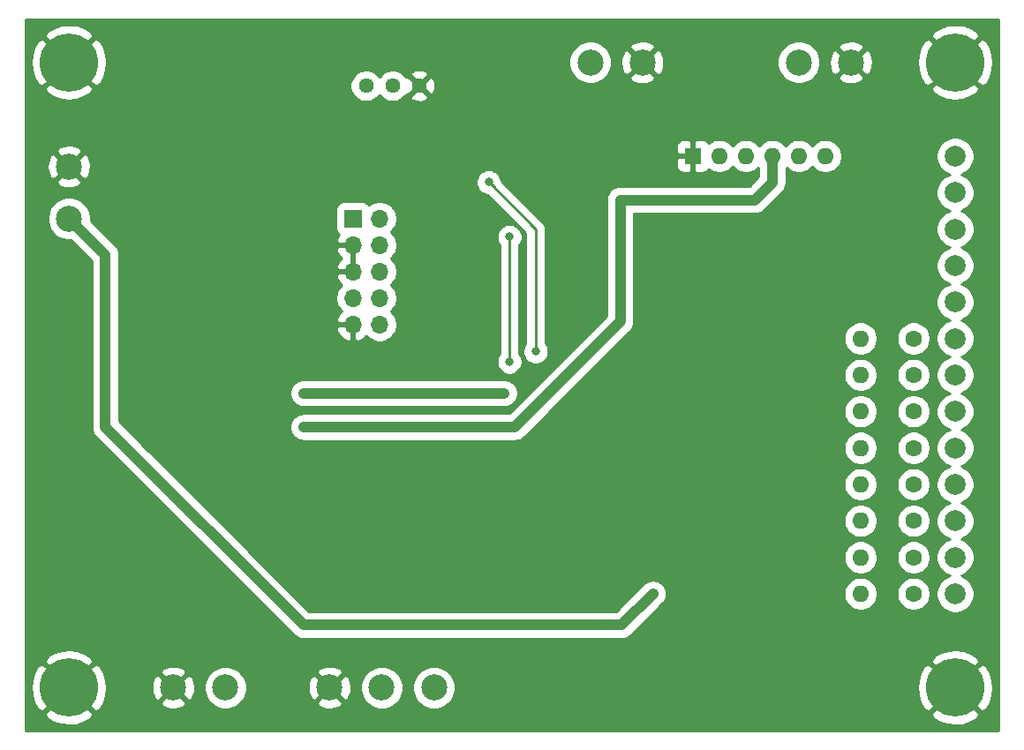
<source format=gbl>
G04 #@! TF.GenerationSoftware,KiCad,Pcbnew,(5.1.7)-1*
G04 #@! TF.CreationDate,2022-09-30T21:09:14+02:00*
G04 #@! TF.ProjectId,Zaehler-Modul,5a616568-6c65-4722-9d4d-6f64756c2e6b,rev?*
G04 #@! TF.SameCoordinates,Original*
G04 #@! TF.FileFunction,Copper,L2,Bot*
G04 #@! TF.FilePolarity,Positive*
%FSLAX46Y46*%
G04 Gerber Fmt 4.6, Leading zero omitted, Abs format (unit mm)*
G04 Created by KiCad (PCBNEW (5.1.7)-1) date 2022-09-30 21:09:14*
%MOMM*%
%LPD*%
G01*
G04 APERTURE LIST*
G04 #@! TA.AperFunction,ComponentPad*
%ADD10C,1.600000*%
G04 #@! TD*
G04 #@! TA.AperFunction,ComponentPad*
%ADD11O,1.600000X1.600000*%
G04 #@! TD*
G04 #@! TA.AperFunction,ComponentPad*
%ADD12C,2.000000*%
G04 #@! TD*
G04 #@! TA.AperFunction,ComponentPad*
%ADD13C,2.500000*%
G04 #@! TD*
G04 #@! TA.AperFunction,ComponentPad*
%ADD14C,5.600000*%
G04 #@! TD*
G04 #@! TA.AperFunction,ComponentPad*
%ADD15R,1.600000X1.600000*%
G04 #@! TD*
G04 #@! TA.AperFunction,ComponentPad*
%ADD16C,1.440000*%
G04 #@! TD*
G04 #@! TA.AperFunction,ComponentPad*
%ADD17R,1.700000X1.700000*%
G04 #@! TD*
G04 #@! TA.AperFunction,ComponentPad*
%ADD18O,1.700000X1.700000*%
G04 #@! TD*
G04 #@! TA.AperFunction,ViaPad*
%ADD19C,1.000000*%
G04 #@! TD*
G04 #@! TA.AperFunction,ViaPad*
%ADD20C,0.800000*%
G04 #@! TD*
G04 #@! TA.AperFunction,Conductor*
%ADD21C,1.000000*%
G04 #@! TD*
G04 #@! TA.AperFunction,Conductor*
%ADD22C,0.250000*%
G04 #@! TD*
G04 #@! TA.AperFunction,Conductor*
%ADD23C,0.254000*%
G04 #@! TD*
G04 #@! TA.AperFunction,Conductor*
%ADD24C,0.100000*%
G04 #@! TD*
G04 APERTURE END LIST*
D10*
X165750000Y-132000000D03*
D11*
X160670000Y-132000000D03*
D10*
X165750000Y-128500000D03*
D11*
X160670000Y-128500000D03*
D10*
X165750000Y-125000000D03*
D11*
X160670000Y-125000000D03*
D10*
X165750000Y-121500000D03*
D11*
X160670000Y-121500000D03*
D10*
X165750000Y-118000000D03*
D11*
X160670000Y-118000000D03*
D10*
X165750000Y-114500000D03*
D11*
X160670000Y-114500000D03*
D10*
X165750000Y-111000000D03*
D11*
X160670000Y-111000000D03*
D10*
X165750000Y-107500000D03*
D11*
X160670000Y-107500000D03*
D12*
X169750000Y-132000000D03*
X169750000Y-128500000D03*
X169750000Y-125000000D03*
X169750000Y-121500000D03*
X169750000Y-118000000D03*
X169750000Y-114500000D03*
X169750000Y-111000000D03*
X169750000Y-107500000D03*
X169750000Y-104000000D03*
X169750000Y-100500000D03*
X169750000Y-97000000D03*
X169750000Y-93500000D03*
X169750000Y-90000000D03*
D13*
X109750000Y-141000000D03*
X94750000Y-141000000D03*
D14*
X169750000Y-81000000D03*
X169750000Y-141000000D03*
X84750000Y-141000000D03*
X84750000Y-81000000D03*
D13*
X84750000Y-91000000D03*
X84750000Y-96000000D03*
X139750000Y-81000000D03*
X134750000Y-81000000D03*
X154750000Y-81000000D03*
X159750000Y-81000000D03*
D11*
X157290000Y-90000000D03*
X154750000Y-90000000D03*
X152210000Y-90000000D03*
X149670000Y-90000000D03*
X147130000Y-90000000D03*
D15*
X144590000Y-90000000D03*
D16*
X113250000Y-83250000D03*
X115790000Y-83250000D03*
X118330000Y-83250000D03*
D17*
X112000000Y-96000000D03*
D18*
X114540000Y-96000000D03*
X112000000Y-98540000D03*
X114540000Y-98540000D03*
X112000000Y-101080000D03*
X114540000Y-101080000D03*
X112000000Y-103620000D03*
X114540000Y-103620000D03*
X112000000Y-106160000D03*
X114540000Y-106160000D03*
D13*
X99750000Y-141000000D03*
X114750000Y-141000000D03*
X119750000Y-141000000D03*
D19*
X99000000Y-116000000D03*
X99000000Y-96000000D03*
D20*
X91500000Y-86000000D03*
X91500000Y-106000000D03*
X116750000Y-131250000D03*
X154750000Y-95250000D03*
X130050000Y-87750000D03*
X127500000Y-111250000D03*
X124000000Y-121500000D03*
X145160000Y-117660000D03*
X150750000Y-132000000D03*
X128000000Y-125750000D03*
X131850000Y-118750000D03*
X84750000Y-109750000D03*
D19*
X140750000Y-132000000D03*
D20*
X137625000Y-94200000D03*
D19*
X107250000Y-116000000D03*
D20*
X127000000Y-109750000D03*
X127000000Y-97750000D03*
D19*
X126500000Y-112750000D03*
X107250000Y-112750000D03*
D20*
X129500000Y-108750000D03*
X125000000Y-92500000D03*
D21*
X140750000Y-132000000D02*
X137750000Y-135000000D01*
X137750000Y-135000000D02*
X107250000Y-135000000D01*
X107250000Y-135000000D02*
X88250000Y-116000000D01*
X88250000Y-99500000D02*
X84750000Y-96000000D01*
X88250000Y-116000000D02*
X88250000Y-99500000D01*
X107250000Y-116000000D02*
X127500000Y-116000000D01*
X137625000Y-105875000D02*
X137625000Y-94200000D01*
X127500000Y-116000000D02*
X137625000Y-105875000D01*
X137625000Y-94200000D02*
X150550000Y-94200000D01*
X152210000Y-92540000D02*
X152210000Y-90000000D01*
X150550000Y-94200000D02*
X152210000Y-92540000D01*
D22*
X127000000Y-109750000D02*
X127000000Y-97750000D01*
D21*
X107250000Y-112750000D02*
X126500000Y-112750000D01*
D22*
X129500000Y-97000000D02*
X125000000Y-92500000D01*
X129500000Y-108750000D02*
X129500000Y-97000000D01*
D23*
X173898000Y-145148000D02*
X80602000Y-145148000D01*
X80602000Y-143519035D01*
X82410570Y-143519035D01*
X82711833Y-144021361D01*
X83340434Y-144360934D01*
X84023204Y-144571347D01*
X84733904Y-144644515D01*
X85445223Y-144577627D01*
X86129825Y-144373252D01*
X86761401Y-144039245D01*
X86788167Y-144021361D01*
X87089430Y-143519035D01*
X167410570Y-143519035D01*
X167711833Y-144021361D01*
X168340434Y-144360934D01*
X169023204Y-144571347D01*
X169733904Y-144644515D01*
X170445223Y-144577627D01*
X171129825Y-144373252D01*
X171761401Y-144039245D01*
X171788167Y-144021361D01*
X172089430Y-143519035D01*
X169750000Y-141179605D01*
X167410570Y-143519035D01*
X87089430Y-143519035D01*
X84750000Y-141179605D01*
X82410570Y-143519035D01*
X80602000Y-143519035D01*
X80602000Y-140983904D01*
X81105485Y-140983904D01*
X81172373Y-141695223D01*
X81376748Y-142379825D01*
X81710755Y-143011401D01*
X81728639Y-143038167D01*
X82230965Y-143339430D01*
X84570395Y-141000000D01*
X84929605Y-141000000D01*
X87269035Y-143339430D01*
X87771361Y-143038167D01*
X88107275Y-142416339D01*
X93513266Y-142416339D01*
X93628282Y-142759978D01*
X93993190Y-142944997D01*
X94387182Y-143055271D01*
X94795117Y-143086561D01*
X95201318Y-143037667D01*
X95590175Y-142910466D01*
X95871718Y-142759978D01*
X95986734Y-142416339D01*
X94750000Y-141179605D01*
X93513266Y-142416339D01*
X88107275Y-142416339D01*
X88110934Y-142409566D01*
X88321347Y-141726796D01*
X88391527Y-141045117D01*
X92663439Y-141045117D01*
X92712333Y-141451318D01*
X92839534Y-141840175D01*
X92990022Y-142121718D01*
X93333661Y-142236734D01*
X94570395Y-141000000D01*
X94929605Y-141000000D01*
X96166339Y-142236734D01*
X96509978Y-142121718D01*
X96694997Y-141756810D01*
X96805271Y-141362818D01*
X96836561Y-140954883D01*
X96817369Y-140795433D01*
X97673000Y-140795433D01*
X97673000Y-141204567D01*
X97752818Y-141605839D01*
X97909386Y-141983829D01*
X98136689Y-142324011D01*
X98425989Y-142613311D01*
X98766171Y-142840614D01*
X99144161Y-142997182D01*
X99545433Y-143077000D01*
X99954567Y-143077000D01*
X100355839Y-142997182D01*
X100733829Y-142840614D01*
X101074011Y-142613311D01*
X101270983Y-142416339D01*
X108513266Y-142416339D01*
X108628282Y-142759978D01*
X108993190Y-142944997D01*
X109387182Y-143055271D01*
X109795117Y-143086561D01*
X110201318Y-143037667D01*
X110590175Y-142910466D01*
X110871718Y-142759978D01*
X110986734Y-142416339D01*
X109750000Y-141179605D01*
X108513266Y-142416339D01*
X101270983Y-142416339D01*
X101363311Y-142324011D01*
X101590614Y-141983829D01*
X101747182Y-141605839D01*
X101827000Y-141204567D01*
X101827000Y-141045117D01*
X107663439Y-141045117D01*
X107712333Y-141451318D01*
X107839534Y-141840175D01*
X107990022Y-142121718D01*
X108333661Y-142236734D01*
X109570395Y-141000000D01*
X109929605Y-141000000D01*
X111166339Y-142236734D01*
X111509978Y-142121718D01*
X111694997Y-141756810D01*
X111805271Y-141362818D01*
X111836561Y-140954883D01*
X111817369Y-140795433D01*
X112673000Y-140795433D01*
X112673000Y-141204567D01*
X112752818Y-141605839D01*
X112909386Y-141983829D01*
X113136689Y-142324011D01*
X113425989Y-142613311D01*
X113766171Y-142840614D01*
X114144161Y-142997182D01*
X114545433Y-143077000D01*
X114954567Y-143077000D01*
X115355839Y-142997182D01*
X115733829Y-142840614D01*
X116074011Y-142613311D01*
X116363311Y-142324011D01*
X116590614Y-141983829D01*
X116747182Y-141605839D01*
X116827000Y-141204567D01*
X116827000Y-140795433D01*
X117673000Y-140795433D01*
X117673000Y-141204567D01*
X117752818Y-141605839D01*
X117909386Y-141983829D01*
X118136689Y-142324011D01*
X118425989Y-142613311D01*
X118766171Y-142840614D01*
X119144161Y-142997182D01*
X119545433Y-143077000D01*
X119954567Y-143077000D01*
X120355839Y-142997182D01*
X120733829Y-142840614D01*
X121074011Y-142613311D01*
X121363311Y-142324011D01*
X121590614Y-141983829D01*
X121747182Y-141605839D01*
X121827000Y-141204567D01*
X121827000Y-140983904D01*
X166105485Y-140983904D01*
X166172373Y-141695223D01*
X166376748Y-142379825D01*
X166710755Y-143011401D01*
X166728639Y-143038167D01*
X167230965Y-143339430D01*
X169570395Y-141000000D01*
X169929605Y-141000000D01*
X172269035Y-143339430D01*
X172771361Y-143038167D01*
X173110934Y-142409566D01*
X173321347Y-141726796D01*
X173394515Y-141016096D01*
X173327627Y-140304777D01*
X173123252Y-139620175D01*
X172789245Y-138988599D01*
X172771361Y-138961833D01*
X172269035Y-138660570D01*
X169929605Y-141000000D01*
X169570395Y-141000000D01*
X167230965Y-138660570D01*
X166728639Y-138961833D01*
X166389066Y-139590434D01*
X166178653Y-140273204D01*
X166105485Y-140983904D01*
X121827000Y-140983904D01*
X121827000Y-140795433D01*
X121747182Y-140394161D01*
X121590614Y-140016171D01*
X121363311Y-139675989D01*
X121074011Y-139386689D01*
X120733829Y-139159386D01*
X120355839Y-139002818D01*
X119954567Y-138923000D01*
X119545433Y-138923000D01*
X119144161Y-139002818D01*
X118766171Y-139159386D01*
X118425989Y-139386689D01*
X118136689Y-139675989D01*
X117909386Y-140016171D01*
X117752818Y-140394161D01*
X117673000Y-140795433D01*
X116827000Y-140795433D01*
X116747182Y-140394161D01*
X116590614Y-140016171D01*
X116363311Y-139675989D01*
X116074011Y-139386689D01*
X115733829Y-139159386D01*
X115355839Y-139002818D01*
X114954567Y-138923000D01*
X114545433Y-138923000D01*
X114144161Y-139002818D01*
X113766171Y-139159386D01*
X113425989Y-139386689D01*
X113136689Y-139675989D01*
X112909386Y-140016171D01*
X112752818Y-140394161D01*
X112673000Y-140795433D01*
X111817369Y-140795433D01*
X111787667Y-140548682D01*
X111660466Y-140159825D01*
X111509978Y-139878282D01*
X111166339Y-139763266D01*
X109929605Y-141000000D01*
X109570395Y-141000000D01*
X108333661Y-139763266D01*
X107990022Y-139878282D01*
X107805003Y-140243190D01*
X107694729Y-140637182D01*
X107663439Y-141045117D01*
X101827000Y-141045117D01*
X101827000Y-140795433D01*
X101747182Y-140394161D01*
X101590614Y-140016171D01*
X101363311Y-139675989D01*
X101270983Y-139583661D01*
X108513266Y-139583661D01*
X109750000Y-140820395D01*
X110986734Y-139583661D01*
X110871718Y-139240022D01*
X110506810Y-139055003D01*
X110112818Y-138944729D01*
X109704883Y-138913439D01*
X109298682Y-138962333D01*
X108909825Y-139089534D01*
X108628282Y-139240022D01*
X108513266Y-139583661D01*
X101270983Y-139583661D01*
X101074011Y-139386689D01*
X100733829Y-139159386D01*
X100355839Y-139002818D01*
X99954567Y-138923000D01*
X99545433Y-138923000D01*
X99144161Y-139002818D01*
X98766171Y-139159386D01*
X98425989Y-139386689D01*
X98136689Y-139675989D01*
X97909386Y-140016171D01*
X97752818Y-140394161D01*
X97673000Y-140795433D01*
X96817369Y-140795433D01*
X96787667Y-140548682D01*
X96660466Y-140159825D01*
X96509978Y-139878282D01*
X96166339Y-139763266D01*
X94929605Y-141000000D01*
X94570395Y-141000000D01*
X93333661Y-139763266D01*
X92990022Y-139878282D01*
X92805003Y-140243190D01*
X92694729Y-140637182D01*
X92663439Y-141045117D01*
X88391527Y-141045117D01*
X88394515Y-141016096D01*
X88327627Y-140304777D01*
X88123252Y-139620175D01*
X88103942Y-139583661D01*
X93513266Y-139583661D01*
X94750000Y-140820395D01*
X95986734Y-139583661D01*
X95871718Y-139240022D01*
X95506810Y-139055003D01*
X95112818Y-138944729D01*
X94704883Y-138913439D01*
X94298682Y-138962333D01*
X93909825Y-139089534D01*
X93628282Y-139240022D01*
X93513266Y-139583661D01*
X88103942Y-139583661D01*
X87789245Y-138988599D01*
X87771361Y-138961833D01*
X87269035Y-138660570D01*
X84929605Y-141000000D01*
X84570395Y-141000000D01*
X82230965Y-138660570D01*
X81728639Y-138961833D01*
X81389066Y-139590434D01*
X81178653Y-140273204D01*
X81105485Y-140983904D01*
X80602000Y-140983904D01*
X80602000Y-138480965D01*
X82410570Y-138480965D01*
X84750000Y-140820395D01*
X87089430Y-138480965D01*
X167410570Y-138480965D01*
X169750000Y-140820395D01*
X172089430Y-138480965D01*
X171788167Y-137978639D01*
X171159566Y-137639066D01*
X170476796Y-137428653D01*
X169766096Y-137355485D01*
X169054777Y-137422373D01*
X168370175Y-137626748D01*
X167738599Y-137960755D01*
X167711833Y-137978639D01*
X167410570Y-138480965D01*
X87089430Y-138480965D01*
X86788167Y-137978639D01*
X86159566Y-137639066D01*
X85476796Y-137428653D01*
X84766096Y-137355485D01*
X84054777Y-137422373D01*
X83370175Y-137626748D01*
X82738599Y-137960755D01*
X82711833Y-137978639D01*
X82410570Y-138480965D01*
X80602000Y-138480965D01*
X80602000Y-95795433D01*
X82673000Y-95795433D01*
X82673000Y-96204567D01*
X82752818Y-96605839D01*
X82909386Y-96983829D01*
X83136689Y-97324011D01*
X83425989Y-97613311D01*
X83766171Y-97840614D01*
X84144161Y-97997182D01*
X84545433Y-98077000D01*
X84950340Y-98077000D01*
X86923001Y-100049662D01*
X86923000Y-115934826D01*
X86916581Y-116000000D01*
X86923000Y-116065174D01*
X86923000Y-116065183D01*
X86942201Y-116260136D01*
X86978845Y-116380934D01*
X87018081Y-116510277D01*
X87141302Y-116740808D01*
X87218895Y-116835355D01*
X87307130Y-116942870D01*
X87357765Y-116984425D01*
X106265579Y-135892240D01*
X106307130Y-135942870D01*
X106357760Y-135984421D01*
X106357761Y-135984422D01*
X106509191Y-136108698D01*
X106739722Y-136231919D01*
X106989863Y-136307799D01*
X107184816Y-136327000D01*
X107184826Y-136327000D01*
X107250000Y-136333419D01*
X107315174Y-136327000D01*
X137684826Y-136327000D01*
X137750000Y-136333419D01*
X137815174Y-136327000D01*
X137815184Y-136327000D01*
X138010137Y-136307799D01*
X138260278Y-136231919D01*
X138490808Y-136108698D01*
X138692870Y-135942870D01*
X138734425Y-135892235D01*
X141734422Y-132892239D01*
X141780748Y-132845913D01*
X141817144Y-132791442D01*
X141858698Y-132740809D01*
X141889575Y-132683042D01*
X141925972Y-132628570D01*
X141951044Y-132568042D01*
X141981919Y-132510278D01*
X142000931Y-132447603D01*
X142026004Y-132387072D01*
X142038786Y-132322812D01*
X142057798Y-132260138D01*
X142064217Y-132194961D01*
X142077000Y-132130698D01*
X142077000Y-132065174D01*
X142083419Y-132000000D01*
X142077000Y-131934826D01*
X142077000Y-131869302D01*
X142071123Y-131839755D01*
X159043000Y-131839755D01*
X159043000Y-132160245D01*
X159105525Y-132474578D01*
X159228172Y-132770673D01*
X159406227Y-133037152D01*
X159632848Y-133263773D01*
X159899327Y-133441828D01*
X160195422Y-133564475D01*
X160509755Y-133627000D01*
X160830245Y-133627000D01*
X161144578Y-133564475D01*
X161440673Y-133441828D01*
X161707152Y-133263773D01*
X161933773Y-133037152D01*
X162111828Y-132770673D01*
X162234475Y-132474578D01*
X162297000Y-132160245D01*
X162297000Y-131839755D01*
X164123000Y-131839755D01*
X164123000Y-132160245D01*
X164185525Y-132474578D01*
X164308172Y-132770673D01*
X164486227Y-133037152D01*
X164712848Y-133263773D01*
X164979327Y-133441828D01*
X165275422Y-133564475D01*
X165589755Y-133627000D01*
X165910245Y-133627000D01*
X166224578Y-133564475D01*
X166520673Y-133441828D01*
X166787152Y-133263773D01*
X167013773Y-133037152D01*
X167191828Y-132770673D01*
X167314475Y-132474578D01*
X167377000Y-132160245D01*
X167377000Y-131839755D01*
X167314475Y-131525422D01*
X167191828Y-131229327D01*
X167013773Y-130962848D01*
X166787152Y-130736227D01*
X166520673Y-130558172D01*
X166224578Y-130435525D01*
X165910245Y-130373000D01*
X165589755Y-130373000D01*
X165275422Y-130435525D01*
X164979327Y-130558172D01*
X164712848Y-130736227D01*
X164486227Y-130962848D01*
X164308172Y-131229327D01*
X164185525Y-131525422D01*
X164123000Y-131839755D01*
X162297000Y-131839755D01*
X162234475Y-131525422D01*
X162111828Y-131229327D01*
X161933773Y-130962848D01*
X161707152Y-130736227D01*
X161440673Y-130558172D01*
X161144578Y-130435525D01*
X160830245Y-130373000D01*
X160509755Y-130373000D01*
X160195422Y-130435525D01*
X159899327Y-130558172D01*
X159632848Y-130736227D01*
X159406227Y-130962848D01*
X159228172Y-131229327D01*
X159105525Y-131525422D01*
X159043000Y-131839755D01*
X142071123Y-131839755D01*
X142064217Y-131805038D01*
X142057798Y-131739863D01*
X142038787Y-131677191D01*
X142026004Y-131612928D01*
X142000930Y-131552395D01*
X141981919Y-131489723D01*
X141951045Y-131431961D01*
X141925972Y-131371430D01*
X141889575Y-131316957D01*
X141858698Y-131259191D01*
X141817144Y-131208558D01*
X141780748Y-131154087D01*
X141734422Y-131107761D01*
X141692870Y-131057130D01*
X141642239Y-131015578D01*
X141595913Y-130969252D01*
X141541442Y-130932856D01*
X141490809Y-130891302D01*
X141433043Y-130860425D01*
X141378570Y-130824028D01*
X141318039Y-130798955D01*
X141260277Y-130768081D01*
X141197605Y-130749070D01*
X141137072Y-130723996D01*
X141072809Y-130711213D01*
X141010137Y-130692202D01*
X140944962Y-130685783D01*
X140880698Y-130673000D01*
X140815174Y-130673000D01*
X140750000Y-130666581D01*
X140684826Y-130673000D01*
X140619302Y-130673000D01*
X140555039Y-130685783D01*
X140489862Y-130692202D01*
X140427188Y-130711214D01*
X140362928Y-130723996D01*
X140302397Y-130749069D01*
X140239722Y-130768081D01*
X140181958Y-130798956D01*
X140121430Y-130824028D01*
X140066958Y-130860425D01*
X140009191Y-130891302D01*
X139958558Y-130932856D01*
X139904087Y-130969252D01*
X139857761Y-131015578D01*
X137200340Y-133673000D01*
X107799661Y-133673000D01*
X102466416Y-128339755D01*
X159043000Y-128339755D01*
X159043000Y-128660245D01*
X159105525Y-128974578D01*
X159228172Y-129270673D01*
X159406227Y-129537152D01*
X159632848Y-129763773D01*
X159899327Y-129941828D01*
X160195422Y-130064475D01*
X160509755Y-130127000D01*
X160830245Y-130127000D01*
X161144578Y-130064475D01*
X161440673Y-129941828D01*
X161707152Y-129763773D01*
X161933773Y-129537152D01*
X162111828Y-129270673D01*
X162234475Y-128974578D01*
X162297000Y-128660245D01*
X162297000Y-128339755D01*
X164123000Y-128339755D01*
X164123000Y-128660245D01*
X164185525Y-128974578D01*
X164308172Y-129270673D01*
X164486227Y-129537152D01*
X164712848Y-129763773D01*
X164979327Y-129941828D01*
X165275422Y-130064475D01*
X165589755Y-130127000D01*
X165910245Y-130127000D01*
X166224578Y-130064475D01*
X166520673Y-129941828D01*
X166787152Y-129763773D01*
X167013773Y-129537152D01*
X167191828Y-129270673D01*
X167314475Y-128974578D01*
X167377000Y-128660245D01*
X167377000Y-128339755D01*
X167314475Y-128025422D01*
X167191828Y-127729327D01*
X167013773Y-127462848D01*
X166787152Y-127236227D01*
X166520673Y-127058172D01*
X166224578Y-126935525D01*
X165910245Y-126873000D01*
X165589755Y-126873000D01*
X165275422Y-126935525D01*
X164979327Y-127058172D01*
X164712848Y-127236227D01*
X164486227Y-127462848D01*
X164308172Y-127729327D01*
X164185525Y-128025422D01*
X164123000Y-128339755D01*
X162297000Y-128339755D01*
X162234475Y-128025422D01*
X162111828Y-127729327D01*
X161933773Y-127462848D01*
X161707152Y-127236227D01*
X161440673Y-127058172D01*
X161144578Y-126935525D01*
X160830245Y-126873000D01*
X160509755Y-126873000D01*
X160195422Y-126935525D01*
X159899327Y-127058172D01*
X159632848Y-127236227D01*
X159406227Y-127462848D01*
X159228172Y-127729327D01*
X159105525Y-128025422D01*
X159043000Y-128339755D01*
X102466416Y-128339755D01*
X98966416Y-124839755D01*
X159043000Y-124839755D01*
X159043000Y-125160245D01*
X159105525Y-125474578D01*
X159228172Y-125770673D01*
X159406227Y-126037152D01*
X159632848Y-126263773D01*
X159899327Y-126441828D01*
X160195422Y-126564475D01*
X160509755Y-126627000D01*
X160830245Y-126627000D01*
X161144578Y-126564475D01*
X161440673Y-126441828D01*
X161707152Y-126263773D01*
X161933773Y-126037152D01*
X162111828Y-125770673D01*
X162234475Y-125474578D01*
X162297000Y-125160245D01*
X162297000Y-124839755D01*
X164123000Y-124839755D01*
X164123000Y-125160245D01*
X164185525Y-125474578D01*
X164308172Y-125770673D01*
X164486227Y-126037152D01*
X164712848Y-126263773D01*
X164979327Y-126441828D01*
X165275422Y-126564475D01*
X165589755Y-126627000D01*
X165910245Y-126627000D01*
X166224578Y-126564475D01*
X166520673Y-126441828D01*
X166787152Y-126263773D01*
X167013773Y-126037152D01*
X167191828Y-125770673D01*
X167314475Y-125474578D01*
X167377000Y-125160245D01*
X167377000Y-124839755D01*
X167314475Y-124525422D01*
X167191828Y-124229327D01*
X167013773Y-123962848D01*
X166787152Y-123736227D01*
X166520673Y-123558172D01*
X166224578Y-123435525D01*
X165910245Y-123373000D01*
X165589755Y-123373000D01*
X165275422Y-123435525D01*
X164979327Y-123558172D01*
X164712848Y-123736227D01*
X164486227Y-123962848D01*
X164308172Y-124229327D01*
X164185525Y-124525422D01*
X164123000Y-124839755D01*
X162297000Y-124839755D01*
X162234475Y-124525422D01*
X162111828Y-124229327D01*
X161933773Y-123962848D01*
X161707152Y-123736227D01*
X161440673Y-123558172D01*
X161144578Y-123435525D01*
X160830245Y-123373000D01*
X160509755Y-123373000D01*
X160195422Y-123435525D01*
X159899327Y-123558172D01*
X159632848Y-123736227D01*
X159406227Y-123962848D01*
X159228172Y-124229327D01*
X159105525Y-124525422D01*
X159043000Y-124839755D01*
X98966416Y-124839755D01*
X95466416Y-121339755D01*
X159043000Y-121339755D01*
X159043000Y-121660245D01*
X159105525Y-121974578D01*
X159228172Y-122270673D01*
X159406227Y-122537152D01*
X159632848Y-122763773D01*
X159899327Y-122941828D01*
X160195422Y-123064475D01*
X160509755Y-123127000D01*
X160830245Y-123127000D01*
X161144578Y-123064475D01*
X161440673Y-122941828D01*
X161707152Y-122763773D01*
X161933773Y-122537152D01*
X162111828Y-122270673D01*
X162234475Y-121974578D01*
X162297000Y-121660245D01*
X162297000Y-121339755D01*
X164123000Y-121339755D01*
X164123000Y-121660245D01*
X164185525Y-121974578D01*
X164308172Y-122270673D01*
X164486227Y-122537152D01*
X164712848Y-122763773D01*
X164979327Y-122941828D01*
X165275422Y-123064475D01*
X165589755Y-123127000D01*
X165910245Y-123127000D01*
X166224578Y-123064475D01*
X166520673Y-122941828D01*
X166787152Y-122763773D01*
X167013773Y-122537152D01*
X167191828Y-122270673D01*
X167314475Y-121974578D01*
X167377000Y-121660245D01*
X167377000Y-121339755D01*
X167314475Y-121025422D01*
X167191828Y-120729327D01*
X167013773Y-120462848D01*
X166787152Y-120236227D01*
X166520673Y-120058172D01*
X166224578Y-119935525D01*
X165910245Y-119873000D01*
X165589755Y-119873000D01*
X165275422Y-119935525D01*
X164979327Y-120058172D01*
X164712848Y-120236227D01*
X164486227Y-120462848D01*
X164308172Y-120729327D01*
X164185525Y-121025422D01*
X164123000Y-121339755D01*
X162297000Y-121339755D01*
X162234475Y-121025422D01*
X162111828Y-120729327D01*
X161933773Y-120462848D01*
X161707152Y-120236227D01*
X161440673Y-120058172D01*
X161144578Y-119935525D01*
X160830245Y-119873000D01*
X160509755Y-119873000D01*
X160195422Y-119935525D01*
X159899327Y-120058172D01*
X159632848Y-120236227D01*
X159406227Y-120462848D01*
X159228172Y-120729327D01*
X159105525Y-121025422D01*
X159043000Y-121339755D01*
X95466416Y-121339755D01*
X91966416Y-117839755D01*
X159043000Y-117839755D01*
X159043000Y-118160245D01*
X159105525Y-118474578D01*
X159228172Y-118770673D01*
X159406227Y-119037152D01*
X159632848Y-119263773D01*
X159899327Y-119441828D01*
X160195422Y-119564475D01*
X160509755Y-119627000D01*
X160830245Y-119627000D01*
X161144578Y-119564475D01*
X161440673Y-119441828D01*
X161707152Y-119263773D01*
X161933773Y-119037152D01*
X162111828Y-118770673D01*
X162234475Y-118474578D01*
X162297000Y-118160245D01*
X162297000Y-117839755D01*
X164123000Y-117839755D01*
X164123000Y-118160245D01*
X164185525Y-118474578D01*
X164308172Y-118770673D01*
X164486227Y-119037152D01*
X164712848Y-119263773D01*
X164979327Y-119441828D01*
X165275422Y-119564475D01*
X165589755Y-119627000D01*
X165910245Y-119627000D01*
X166224578Y-119564475D01*
X166520673Y-119441828D01*
X166787152Y-119263773D01*
X167013773Y-119037152D01*
X167191828Y-118770673D01*
X167314475Y-118474578D01*
X167377000Y-118160245D01*
X167377000Y-117839755D01*
X167314475Y-117525422D01*
X167191828Y-117229327D01*
X167013773Y-116962848D01*
X166787152Y-116736227D01*
X166520673Y-116558172D01*
X166224578Y-116435525D01*
X165910245Y-116373000D01*
X165589755Y-116373000D01*
X165275422Y-116435525D01*
X164979327Y-116558172D01*
X164712848Y-116736227D01*
X164486227Y-116962848D01*
X164308172Y-117229327D01*
X164185525Y-117525422D01*
X164123000Y-117839755D01*
X162297000Y-117839755D01*
X162234475Y-117525422D01*
X162111828Y-117229327D01*
X161933773Y-116962848D01*
X161707152Y-116736227D01*
X161440673Y-116558172D01*
X161144578Y-116435525D01*
X160830245Y-116373000D01*
X160509755Y-116373000D01*
X160195422Y-116435525D01*
X159899327Y-116558172D01*
X159632848Y-116736227D01*
X159406227Y-116962848D01*
X159228172Y-117229327D01*
X159105525Y-117525422D01*
X159043000Y-117839755D01*
X91966416Y-117839755D01*
X90126661Y-116000000D01*
X105916580Y-116000000D01*
X105923000Y-116065183D01*
X105923000Y-116130698D01*
X105935781Y-116194952D01*
X105942201Y-116260137D01*
X105961215Y-116322817D01*
X105973996Y-116387072D01*
X105999068Y-116447601D01*
X106018081Y-116510278D01*
X106048956Y-116568041D01*
X106074028Y-116628570D01*
X106110427Y-116683045D01*
X106141302Y-116740808D01*
X106182853Y-116791438D01*
X106219252Y-116845913D01*
X106265577Y-116892238D01*
X106307130Y-116942870D01*
X106357760Y-116984421D01*
X106404087Y-117030748D01*
X106458562Y-117067147D01*
X106509192Y-117108698D01*
X106566955Y-117139573D01*
X106621430Y-117175972D01*
X106681959Y-117201044D01*
X106739722Y-117231919D01*
X106802399Y-117250932D01*
X106862928Y-117276004D01*
X106927183Y-117288785D01*
X106989863Y-117307799D01*
X107055048Y-117314219D01*
X107119302Y-117327000D01*
X127434826Y-117327000D01*
X127500000Y-117333419D01*
X127565174Y-117327000D01*
X127565184Y-117327000D01*
X127760137Y-117307799D01*
X128010278Y-117231919D01*
X128240808Y-117108698D01*
X128442870Y-116942870D01*
X128484425Y-116892235D01*
X131036905Y-114339755D01*
X159043000Y-114339755D01*
X159043000Y-114660245D01*
X159105525Y-114974578D01*
X159228172Y-115270673D01*
X159406227Y-115537152D01*
X159632848Y-115763773D01*
X159899327Y-115941828D01*
X160195422Y-116064475D01*
X160509755Y-116127000D01*
X160830245Y-116127000D01*
X161144578Y-116064475D01*
X161440673Y-115941828D01*
X161707152Y-115763773D01*
X161933773Y-115537152D01*
X162111828Y-115270673D01*
X162234475Y-114974578D01*
X162297000Y-114660245D01*
X162297000Y-114339755D01*
X164123000Y-114339755D01*
X164123000Y-114660245D01*
X164185525Y-114974578D01*
X164308172Y-115270673D01*
X164486227Y-115537152D01*
X164712848Y-115763773D01*
X164979327Y-115941828D01*
X165275422Y-116064475D01*
X165589755Y-116127000D01*
X165910245Y-116127000D01*
X166224578Y-116064475D01*
X166520673Y-115941828D01*
X166787152Y-115763773D01*
X167013773Y-115537152D01*
X167191828Y-115270673D01*
X167314475Y-114974578D01*
X167377000Y-114660245D01*
X167377000Y-114339755D01*
X167314475Y-114025422D01*
X167191828Y-113729327D01*
X167013773Y-113462848D01*
X166787152Y-113236227D01*
X166520673Y-113058172D01*
X166224578Y-112935525D01*
X165910245Y-112873000D01*
X165589755Y-112873000D01*
X165275422Y-112935525D01*
X164979327Y-113058172D01*
X164712848Y-113236227D01*
X164486227Y-113462848D01*
X164308172Y-113729327D01*
X164185525Y-114025422D01*
X164123000Y-114339755D01*
X162297000Y-114339755D01*
X162234475Y-114025422D01*
X162111828Y-113729327D01*
X161933773Y-113462848D01*
X161707152Y-113236227D01*
X161440673Y-113058172D01*
X161144578Y-112935525D01*
X160830245Y-112873000D01*
X160509755Y-112873000D01*
X160195422Y-112935525D01*
X159899327Y-113058172D01*
X159632848Y-113236227D01*
X159406227Y-113462848D01*
X159228172Y-113729327D01*
X159105525Y-114025422D01*
X159043000Y-114339755D01*
X131036905Y-114339755D01*
X134536905Y-110839755D01*
X159043000Y-110839755D01*
X159043000Y-111160245D01*
X159105525Y-111474578D01*
X159228172Y-111770673D01*
X159406227Y-112037152D01*
X159632848Y-112263773D01*
X159899327Y-112441828D01*
X160195422Y-112564475D01*
X160509755Y-112627000D01*
X160830245Y-112627000D01*
X161144578Y-112564475D01*
X161440673Y-112441828D01*
X161707152Y-112263773D01*
X161933773Y-112037152D01*
X162111828Y-111770673D01*
X162234475Y-111474578D01*
X162297000Y-111160245D01*
X162297000Y-110839755D01*
X164123000Y-110839755D01*
X164123000Y-111160245D01*
X164185525Y-111474578D01*
X164308172Y-111770673D01*
X164486227Y-112037152D01*
X164712848Y-112263773D01*
X164979327Y-112441828D01*
X165275422Y-112564475D01*
X165589755Y-112627000D01*
X165910245Y-112627000D01*
X166224578Y-112564475D01*
X166520673Y-112441828D01*
X166787152Y-112263773D01*
X167013773Y-112037152D01*
X167191828Y-111770673D01*
X167314475Y-111474578D01*
X167377000Y-111160245D01*
X167377000Y-110839755D01*
X167314475Y-110525422D01*
X167191828Y-110229327D01*
X167013773Y-109962848D01*
X166787152Y-109736227D01*
X166520673Y-109558172D01*
X166224578Y-109435525D01*
X165910245Y-109373000D01*
X165589755Y-109373000D01*
X165275422Y-109435525D01*
X164979327Y-109558172D01*
X164712848Y-109736227D01*
X164486227Y-109962848D01*
X164308172Y-110229327D01*
X164185525Y-110525422D01*
X164123000Y-110839755D01*
X162297000Y-110839755D01*
X162234475Y-110525422D01*
X162111828Y-110229327D01*
X161933773Y-109962848D01*
X161707152Y-109736227D01*
X161440673Y-109558172D01*
X161144578Y-109435525D01*
X160830245Y-109373000D01*
X160509755Y-109373000D01*
X160195422Y-109435525D01*
X159899327Y-109558172D01*
X159632848Y-109736227D01*
X159406227Y-109962848D01*
X159228172Y-110229327D01*
X159105525Y-110525422D01*
X159043000Y-110839755D01*
X134536905Y-110839755D01*
X138036905Y-107339755D01*
X159043000Y-107339755D01*
X159043000Y-107660245D01*
X159105525Y-107974578D01*
X159228172Y-108270673D01*
X159406227Y-108537152D01*
X159632848Y-108763773D01*
X159899327Y-108941828D01*
X160195422Y-109064475D01*
X160509755Y-109127000D01*
X160830245Y-109127000D01*
X161144578Y-109064475D01*
X161440673Y-108941828D01*
X161707152Y-108763773D01*
X161933773Y-108537152D01*
X162111828Y-108270673D01*
X162234475Y-107974578D01*
X162297000Y-107660245D01*
X162297000Y-107339755D01*
X164123000Y-107339755D01*
X164123000Y-107660245D01*
X164185525Y-107974578D01*
X164308172Y-108270673D01*
X164486227Y-108537152D01*
X164712848Y-108763773D01*
X164979327Y-108941828D01*
X165275422Y-109064475D01*
X165589755Y-109127000D01*
X165910245Y-109127000D01*
X166224578Y-109064475D01*
X166520673Y-108941828D01*
X166787152Y-108763773D01*
X167013773Y-108537152D01*
X167191828Y-108270673D01*
X167314475Y-107974578D01*
X167377000Y-107660245D01*
X167377000Y-107339755D01*
X167314475Y-107025422D01*
X167191828Y-106729327D01*
X167013773Y-106462848D01*
X166787152Y-106236227D01*
X166520673Y-106058172D01*
X166224578Y-105935525D01*
X165910245Y-105873000D01*
X165589755Y-105873000D01*
X165275422Y-105935525D01*
X164979327Y-106058172D01*
X164712848Y-106236227D01*
X164486227Y-106462848D01*
X164308172Y-106729327D01*
X164185525Y-107025422D01*
X164123000Y-107339755D01*
X162297000Y-107339755D01*
X162234475Y-107025422D01*
X162111828Y-106729327D01*
X161933773Y-106462848D01*
X161707152Y-106236227D01*
X161440673Y-106058172D01*
X161144578Y-105935525D01*
X160830245Y-105873000D01*
X160509755Y-105873000D01*
X160195422Y-105935525D01*
X159899327Y-106058172D01*
X159632848Y-106236227D01*
X159406227Y-106462848D01*
X159228172Y-106729327D01*
X159105525Y-107025422D01*
X159043000Y-107339755D01*
X138036905Y-107339755D01*
X138517241Y-106859420D01*
X138567870Y-106817870D01*
X138627884Y-106744743D01*
X138733697Y-106615810D01*
X138856919Y-106385278D01*
X138875153Y-106325170D01*
X138932799Y-106135137D01*
X138952000Y-105940184D01*
X138952000Y-105940175D01*
X138958419Y-105875001D01*
X138952000Y-105809827D01*
X138952000Y-95527000D01*
X150484826Y-95527000D01*
X150550000Y-95533419D01*
X150615174Y-95527000D01*
X150615184Y-95527000D01*
X150810137Y-95507799D01*
X151060278Y-95431919D01*
X151290808Y-95308698D01*
X151492870Y-95142870D01*
X151534425Y-95092235D01*
X153102246Y-93524416D01*
X153152870Y-93482870D01*
X153194416Y-93432246D01*
X153194423Y-93432239D01*
X153318698Y-93280809D01*
X153422525Y-93086561D01*
X153441919Y-93050278D01*
X153517799Y-92800137D01*
X153537000Y-92605184D01*
X153537000Y-92605174D01*
X153543419Y-92540000D01*
X153537000Y-92474826D01*
X153537000Y-91087925D01*
X153712848Y-91263773D01*
X153979327Y-91441828D01*
X154275422Y-91564475D01*
X154589755Y-91627000D01*
X154910245Y-91627000D01*
X155224578Y-91564475D01*
X155520673Y-91441828D01*
X155787152Y-91263773D01*
X156013773Y-91037152D01*
X156020000Y-91027833D01*
X156026227Y-91037152D01*
X156252848Y-91263773D01*
X156519327Y-91441828D01*
X156815422Y-91564475D01*
X157129755Y-91627000D01*
X157450245Y-91627000D01*
X157764578Y-91564475D01*
X158060673Y-91441828D01*
X158327152Y-91263773D01*
X158553773Y-91037152D01*
X158731828Y-90770673D01*
X158854475Y-90474578D01*
X158917000Y-90160245D01*
X158917000Y-89839755D01*
X158913082Y-89820056D01*
X167923000Y-89820056D01*
X167923000Y-90179944D01*
X167993211Y-90532916D01*
X168130934Y-90865409D01*
X168330876Y-91164645D01*
X168585355Y-91419124D01*
X168884591Y-91619066D01*
X169200694Y-91750000D01*
X168884591Y-91880934D01*
X168585355Y-92080876D01*
X168330876Y-92335355D01*
X168130934Y-92634591D01*
X167993211Y-92967084D01*
X167923000Y-93320056D01*
X167923000Y-93679944D01*
X167993211Y-94032916D01*
X168130934Y-94365409D01*
X168330876Y-94664645D01*
X168585355Y-94919124D01*
X168884591Y-95119066D01*
X169200694Y-95250000D01*
X168884591Y-95380934D01*
X168585355Y-95580876D01*
X168330876Y-95835355D01*
X168130934Y-96134591D01*
X167993211Y-96467084D01*
X167923000Y-96820056D01*
X167923000Y-97179944D01*
X167993211Y-97532916D01*
X168130934Y-97865409D01*
X168330876Y-98164645D01*
X168585355Y-98419124D01*
X168884591Y-98619066D01*
X169200694Y-98750000D01*
X168884591Y-98880934D01*
X168585355Y-99080876D01*
X168330876Y-99335355D01*
X168130934Y-99634591D01*
X167993211Y-99967084D01*
X167923000Y-100320056D01*
X167923000Y-100679944D01*
X167993211Y-101032916D01*
X168130934Y-101365409D01*
X168330876Y-101664645D01*
X168585355Y-101919124D01*
X168884591Y-102119066D01*
X169200694Y-102250000D01*
X168884591Y-102380934D01*
X168585355Y-102580876D01*
X168330876Y-102835355D01*
X168130934Y-103134591D01*
X167993211Y-103467084D01*
X167923000Y-103820056D01*
X167923000Y-104179944D01*
X167993211Y-104532916D01*
X168130934Y-104865409D01*
X168330876Y-105164645D01*
X168585355Y-105419124D01*
X168884591Y-105619066D01*
X169200694Y-105750000D01*
X168884591Y-105880934D01*
X168585355Y-106080876D01*
X168330876Y-106335355D01*
X168130934Y-106634591D01*
X167993211Y-106967084D01*
X167923000Y-107320056D01*
X167923000Y-107679944D01*
X167993211Y-108032916D01*
X168130934Y-108365409D01*
X168330876Y-108664645D01*
X168585355Y-108919124D01*
X168884591Y-109119066D01*
X169200694Y-109250000D01*
X168884591Y-109380934D01*
X168585355Y-109580876D01*
X168330876Y-109835355D01*
X168130934Y-110134591D01*
X167993211Y-110467084D01*
X167923000Y-110820056D01*
X167923000Y-111179944D01*
X167993211Y-111532916D01*
X168130934Y-111865409D01*
X168330876Y-112164645D01*
X168585355Y-112419124D01*
X168884591Y-112619066D01*
X169200694Y-112750000D01*
X168884591Y-112880934D01*
X168585355Y-113080876D01*
X168330876Y-113335355D01*
X168130934Y-113634591D01*
X167993211Y-113967084D01*
X167923000Y-114320056D01*
X167923000Y-114679944D01*
X167993211Y-115032916D01*
X168130934Y-115365409D01*
X168330876Y-115664645D01*
X168585355Y-115919124D01*
X168884591Y-116119066D01*
X169200694Y-116250000D01*
X168884591Y-116380934D01*
X168585355Y-116580876D01*
X168330876Y-116835355D01*
X168130934Y-117134591D01*
X167993211Y-117467084D01*
X167923000Y-117820056D01*
X167923000Y-118179944D01*
X167993211Y-118532916D01*
X168130934Y-118865409D01*
X168330876Y-119164645D01*
X168585355Y-119419124D01*
X168884591Y-119619066D01*
X169200694Y-119750000D01*
X168884591Y-119880934D01*
X168585355Y-120080876D01*
X168330876Y-120335355D01*
X168130934Y-120634591D01*
X167993211Y-120967084D01*
X167923000Y-121320056D01*
X167923000Y-121679944D01*
X167993211Y-122032916D01*
X168130934Y-122365409D01*
X168330876Y-122664645D01*
X168585355Y-122919124D01*
X168884591Y-123119066D01*
X169200694Y-123250000D01*
X168884591Y-123380934D01*
X168585355Y-123580876D01*
X168330876Y-123835355D01*
X168130934Y-124134591D01*
X167993211Y-124467084D01*
X167923000Y-124820056D01*
X167923000Y-125179944D01*
X167993211Y-125532916D01*
X168130934Y-125865409D01*
X168330876Y-126164645D01*
X168585355Y-126419124D01*
X168884591Y-126619066D01*
X169200694Y-126750000D01*
X168884591Y-126880934D01*
X168585355Y-127080876D01*
X168330876Y-127335355D01*
X168130934Y-127634591D01*
X167993211Y-127967084D01*
X167923000Y-128320056D01*
X167923000Y-128679944D01*
X167993211Y-129032916D01*
X168130934Y-129365409D01*
X168330876Y-129664645D01*
X168585355Y-129919124D01*
X168884591Y-130119066D01*
X169200694Y-130250000D01*
X168884591Y-130380934D01*
X168585355Y-130580876D01*
X168330876Y-130835355D01*
X168130934Y-131134591D01*
X167993211Y-131467084D01*
X167923000Y-131820056D01*
X167923000Y-132179944D01*
X167993211Y-132532916D01*
X168130934Y-132865409D01*
X168330876Y-133164645D01*
X168585355Y-133419124D01*
X168884591Y-133619066D01*
X169217084Y-133756789D01*
X169570056Y-133827000D01*
X169929944Y-133827000D01*
X170282916Y-133756789D01*
X170615409Y-133619066D01*
X170914645Y-133419124D01*
X171169124Y-133164645D01*
X171369066Y-132865409D01*
X171506789Y-132532916D01*
X171577000Y-132179944D01*
X171577000Y-131820056D01*
X171506789Y-131467084D01*
X171369066Y-131134591D01*
X171169124Y-130835355D01*
X170914645Y-130580876D01*
X170615409Y-130380934D01*
X170299306Y-130250000D01*
X170615409Y-130119066D01*
X170914645Y-129919124D01*
X171169124Y-129664645D01*
X171369066Y-129365409D01*
X171506789Y-129032916D01*
X171577000Y-128679944D01*
X171577000Y-128320056D01*
X171506789Y-127967084D01*
X171369066Y-127634591D01*
X171169124Y-127335355D01*
X170914645Y-127080876D01*
X170615409Y-126880934D01*
X170299306Y-126750000D01*
X170615409Y-126619066D01*
X170914645Y-126419124D01*
X171169124Y-126164645D01*
X171369066Y-125865409D01*
X171506789Y-125532916D01*
X171577000Y-125179944D01*
X171577000Y-124820056D01*
X171506789Y-124467084D01*
X171369066Y-124134591D01*
X171169124Y-123835355D01*
X170914645Y-123580876D01*
X170615409Y-123380934D01*
X170299306Y-123250000D01*
X170615409Y-123119066D01*
X170914645Y-122919124D01*
X171169124Y-122664645D01*
X171369066Y-122365409D01*
X171506789Y-122032916D01*
X171577000Y-121679944D01*
X171577000Y-121320056D01*
X171506789Y-120967084D01*
X171369066Y-120634591D01*
X171169124Y-120335355D01*
X170914645Y-120080876D01*
X170615409Y-119880934D01*
X170299306Y-119750000D01*
X170615409Y-119619066D01*
X170914645Y-119419124D01*
X171169124Y-119164645D01*
X171369066Y-118865409D01*
X171506789Y-118532916D01*
X171577000Y-118179944D01*
X171577000Y-117820056D01*
X171506789Y-117467084D01*
X171369066Y-117134591D01*
X171169124Y-116835355D01*
X170914645Y-116580876D01*
X170615409Y-116380934D01*
X170299306Y-116250000D01*
X170615409Y-116119066D01*
X170914645Y-115919124D01*
X171169124Y-115664645D01*
X171369066Y-115365409D01*
X171506789Y-115032916D01*
X171577000Y-114679944D01*
X171577000Y-114320056D01*
X171506789Y-113967084D01*
X171369066Y-113634591D01*
X171169124Y-113335355D01*
X170914645Y-113080876D01*
X170615409Y-112880934D01*
X170299306Y-112750000D01*
X170615409Y-112619066D01*
X170914645Y-112419124D01*
X171169124Y-112164645D01*
X171369066Y-111865409D01*
X171506789Y-111532916D01*
X171577000Y-111179944D01*
X171577000Y-110820056D01*
X171506789Y-110467084D01*
X171369066Y-110134591D01*
X171169124Y-109835355D01*
X170914645Y-109580876D01*
X170615409Y-109380934D01*
X170299306Y-109250000D01*
X170615409Y-109119066D01*
X170914645Y-108919124D01*
X171169124Y-108664645D01*
X171369066Y-108365409D01*
X171506789Y-108032916D01*
X171577000Y-107679944D01*
X171577000Y-107320056D01*
X171506789Y-106967084D01*
X171369066Y-106634591D01*
X171169124Y-106335355D01*
X170914645Y-106080876D01*
X170615409Y-105880934D01*
X170299306Y-105750000D01*
X170615409Y-105619066D01*
X170914645Y-105419124D01*
X171169124Y-105164645D01*
X171369066Y-104865409D01*
X171506789Y-104532916D01*
X171577000Y-104179944D01*
X171577000Y-103820056D01*
X171506789Y-103467084D01*
X171369066Y-103134591D01*
X171169124Y-102835355D01*
X170914645Y-102580876D01*
X170615409Y-102380934D01*
X170299306Y-102250000D01*
X170615409Y-102119066D01*
X170914645Y-101919124D01*
X171169124Y-101664645D01*
X171369066Y-101365409D01*
X171506789Y-101032916D01*
X171577000Y-100679944D01*
X171577000Y-100320056D01*
X171506789Y-99967084D01*
X171369066Y-99634591D01*
X171169124Y-99335355D01*
X170914645Y-99080876D01*
X170615409Y-98880934D01*
X170299306Y-98750000D01*
X170615409Y-98619066D01*
X170914645Y-98419124D01*
X171169124Y-98164645D01*
X171369066Y-97865409D01*
X171506789Y-97532916D01*
X171577000Y-97179944D01*
X171577000Y-96820056D01*
X171506789Y-96467084D01*
X171369066Y-96134591D01*
X171169124Y-95835355D01*
X170914645Y-95580876D01*
X170615409Y-95380934D01*
X170299306Y-95250000D01*
X170615409Y-95119066D01*
X170914645Y-94919124D01*
X171169124Y-94664645D01*
X171369066Y-94365409D01*
X171506789Y-94032916D01*
X171577000Y-93679944D01*
X171577000Y-93320056D01*
X171506789Y-92967084D01*
X171369066Y-92634591D01*
X171169124Y-92335355D01*
X170914645Y-92080876D01*
X170615409Y-91880934D01*
X170299306Y-91750000D01*
X170615409Y-91619066D01*
X170914645Y-91419124D01*
X171169124Y-91164645D01*
X171369066Y-90865409D01*
X171506789Y-90532916D01*
X171577000Y-90179944D01*
X171577000Y-89820056D01*
X171506789Y-89467084D01*
X171369066Y-89134591D01*
X171169124Y-88835355D01*
X170914645Y-88580876D01*
X170615409Y-88380934D01*
X170282916Y-88243211D01*
X169929944Y-88173000D01*
X169570056Y-88173000D01*
X169217084Y-88243211D01*
X168884591Y-88380934D01*
X168585355Y-88580876D01*
X168330876Y-88835355D01*
X168130934Y-89134591D01*
X167993211Y-89467084D01*
X167923000Y-89820056D01*
X158913082Y-89820056D01*
X158854475Y-89525422D01*
X158731828Y-89229327D01*
X158553773Y-88962848D01*
X158327152Y-88736227D01*
X158060673Y-88558172D01*
X157764578Y-88435525D01*
X157450245Y-88373000D01*
X157129755Y-88373000D01*
X156815422Y-88435525D01*
X156519327Y-88558172D01*
X156252848Y-88736227D01*
X156026227Y-88962848D01*
X156020000Y-88972167D01*
X156013773Y-88962848D01*
X155787152Y-88736227D01*
X155520673Y-88558172D01*
X155224578Y-88435525D01*
X154910245Y-88373000D01*
X154589755Y-88373000D01*
X154275422Y-88435525D01*
X153979327Y-88558172D01*
X153712848Y-88736227D01*
X153486227Y-88962848D01*
X153480000Y-88972167D01*
X153473773Y-88962848D01*
X153247152Y-88736227D01*
X152980673Y-88558172D01*
X152684578Y-88435525D01*
X152370245Y-88373000D01*
X152049755Y-88373000D01*
X151735422Y-88435525D01*
X151439327Y-88558172D01*
X151172848Y-88736227D01*
X150946227Y-88962848D01*
X150940000Y-88972167D01*
X150933773Y-88962848D01*
X150707152Y-88736227D01*
X150440673Y-88558172D01*
X150144578Y-88435525D01*
X149830245Y-88373000D01*
X149509755Y-88373000D01*
X149195422Y-88435525D01*
X148899327Y-88558172D01*
X148632848Y-88736227D01*
X148406227Y-88962848D01*
X148400000Y-88972167D01*
X148393773Y-88962848D01*
X148167152Y-88736227D01*
X147900673Y-88558172D01*
X147604578Y-88435525D01*
X147290245Y-88373000D01*
X146969755Y-88373000D01*
X146655422Y-88435525D01*
X146359327Y-88558172D01*
X146092848Y-88736227D01*
X146084366Y-88744709D01*
X146080952Y-88738321D01*
X145977606Y-88612394D01*
X145851679Y-88509048D01*
X145708010Y-88432255D01*
X145552120Y-88384966D01*
X145390000Y-88368999D01*
X144923750Y-88373000D01*
X144717000Y-88579750D01*
X144717000Y-89873000D01*
X144737000Y-89873000D01*
X144737000Y-90127000D01*
X144717000Y-90127000D01*
X144717000Y-91420250D01*
X144923750Y-91627000D01*
X145390000Y-91631001D01*
X145552120Y-91615034D01*
X145708010Y-91567745D01*
X145851679Y-91490952D01*
X145977606Y-91387606D01*
X146080952Y-91261679D01*
X146084366Y-91255291D01*
X146092848Y-91263773D01*
X146359327Y-91441828D01*
X146655422Y-91564475D01*
X146969755Y-91627000D01*
X147290245Y-91627000D01*
X147604578Y-91564475D01*
X147900673Y-91441828D01*
X148167152Y-91263773D01*
X148393773Y-91037152D01*
X148400000Y-91027833D01*
X148406227Y-91037152D01*
X148632848Y-91263773D01*
X148899327Y-91441828D01*
X149195422Y-91564475D01*
X149509755Y-91627000D01*
X149830245Y-91627000D01*
X150144578Y-91564475D01*
X150440673Y-91441828D01*
X150707152Y-91263773D01*
X150883001Y-91087924D01*
X150883000Y-91990338D01*
X150000340Y-92873000D01*
X137690184Y-92873000D01*
X137625000Y-92866580D01*
X137559816Y-92873000D01*
X137364863Y-92892201D01*
X137114722Y-92968081D01*
X136884192Y-93091302D01*
X136682130Y-93257130D01*
X136516302Y-93459192D01*
X136393081Y-93689722D01*
X136317201Y-93939863D01*
X136291580Y-94200000D01*
X136298001Y-94265194D01*
X136298000Y-105325339D01*
X126950340Y-114673000D01*
X107119302Y-114673000D01*
X107055048Y-114685781D01*
X106989863Y-114692201D01*
X106927183Y-114711215D01*
X106862928Y-114723996D01*
X106802399Y-114749068D01*
X106739722Y-114768081D01*
X106681959Y-114798956D01*
X106621430Y-114824028D01*
X106566955Y-114860427D01*
X106509192Y-114891302D01*
X106458562Y-114932853D01*
X106404087Y-114969252D01*
X106357761Y-115015578D01*
X106307130Y-115057130D01*
X106265579Y-115107760D01*
X106219252Y-115154087D01*
X106182853Y-115208562D01*
X106141302Y-115259192D01*
X106110427Y-115316955D01*
X106074028Y-115371430D01*
X106048956Y-115431959D01*
X106018081Y-115489722D01*
X105999068Y-115552399D01*
X105973996Y-115612928D01*
X105961215Y-115677183D01*
X105942201Y-115739863D01*
X105935781Y-115805048D01*
X105923000Y-115869302D01*
X105923000Y-115934816D01*
X105916580Y-116000000D01*
X90126661Y-116000000D01*
X89577000Y-115450340D01*
X89577000Y-112750000D01*
X105916580Y-112750000D01*
X105923000Y-112815184D01*
X105923000Y-112880698D01*
X105935781Y-112944952D01*
X105942201Y-113010137D01*
X105961215Y-113072817D01*
X105973996Y-113137072D01*
X105999068Y-113197601D01*
X106018081Y-113260278D01*
X106048956Y-113318041D01*
X106074028Y-113378570D01*
X106110427Y-113433045D01*
X106141302Y-113490808D01*
X106182853Y-113541438D01*
X106219252Y-113595913D01*
X106265579Y-113642240D01*
X106307130Y-113692870D01*
X106357760Y-113734421D01*
X106404087Y-113780748D01*
X106458562Y-113817147D01*
X106509192Y-113858698D01*
X106566955Y-113889573D01*
X106621430Y-113925972D01*
X106681959Y-113951044D01*
X106739722Y-113981919D01*
X106802399Y-114000932D01*
X106862928Y-114026004D01*
X106927183Y-114038785D01*
X106989863Y-114057799D01*
X107055048Y-114064219D01*
X107119302Y-114077000D01*
X126630698Y-114077000D01*
X126694952Y-114064219D01*
X126760137Y-114057799D01*
X126822817Y-114038785D01*
X126887072Y-114026004D01*
X126947601Y-114000932D01*
X127010278Y-113981919D01*
X127068041Y-113951044D01*
X127128570Y-113925972D01*
X127183045Y-113889573D01*
X127240808Y-113858698D01*
X127291438Y-113817147D01*
X127345913Y-113780748D01*
X127392240Y-113734421D01*
X127442870Y-113692870D01*
X127484421Y-113642240D01*
X127530748Y-113595913D01*
X127567147Y-113541438D01*
X127608698Y-113490808D01*
X127639573Y-113433045D01*
X127675972Y-113378570D01*
X127701044Y-113318041D01*
X127731919Y-113260278D01*
X127750932Y-113197601D01*
X127776004Y-113137072D01*
X127788785Y-113072817D01*
X127807799Y-113010137D01*
X127814219Y-112944952D01*
X127827000Y-112880698D01*
X127827000Y-112815184D01*
X127833420Y-112750000D01*
X127827000Y-112684816D01*
X127827000Y-112619302D01*
X127814219Y-112555048D01*
X127807799Y-112489863D01*
X127788785Y-112427183D01*
X127776004Y-112362928D01*
X127750932Y-112302399D01*
X127731919Y-112239722D01*
X127701044Y-112181959D01*
X127675972Y-112121430D01*
X127639573Y-112066955D01*
X127608698Y-112009192D01*
X127567147Y-111958562D01*
X127530748Y-111904087D01*
X127484421Y-111857760D01*
X127442870Y-111807130D01*
X127392240Y-111765579D01*
X127345913Y-111719252D01*
X127291438Y-111682853D01*
X127240808Y-111641302D01*
X127183045Y-111610427D01*
X127128570Y-111574028D01*
X127068041Y-111548956D01*
X127010278Y-111518081D01*
X126947601Y-111499068D01*
X126887072Y-111473996D01*
X126822817Y-111461215D01*
X126760137Y-111442201D01*
X126694952Y-111435781D01*
X126630698Y-111423000D01*
X107119302Y-111423000D01*
X107055048Y-111435781D01*
X106989863Y-111442201D01*
X106927183Y-111461215D01*
X106862928Y-111473996D01*
X106802399Y-111499068D01*
X106739722Y-111518081D01*
X106681959Y-111548956D01*
X106621430Y-111574028D01*
X106566955Y-111610427D01*
X106509192Y-111641302D01*
X106458562Y-111682853D01*
X106404087Y-111719252D01*
X106357760Y-111765579D01*
X106307130Y-111807130D01*
X106265579Y-111857760D01*
X106219252Y-111904087D01*
X106182853Y-111958562D01*
X106141302Y-112009192D01*
X106110427Y-112066955D01*
X106074028Y-112121430D01*
X106048956Y-112181959D01*
X106018081Y-112239722D01*
X105999068Y-112302399D01*
X105973996Y-112362928D01*
X105961215Y-112427183D01*
X105942201Y-112489863D01*
X105935781Y-112555048D01*
X105923000Y-112619302D01*
X105923000Y-112684816D01*
X105916580Y-112750000D01*
X89577000Y-112750000D01*
X89577000Y-106547024D01*
X110368271Y-106547024D01*
X110428244Y-106744743D01*
X110572523Y-107040142D01*
X110771659Y-107301717D01*
X111017999Y-107519417D01*
X111302077Y-107684875D01*
X111612976Y-107791733D01*
X111873000Y-107625438D01*
X111873000Y-106287000D01*
X110535245Y-106287000D01*
X110368271Y-106547024D01*
X89577000Y-106547024D01*
X89577000Y-99565171D01*
X89583419Y-99499999D01*
X89577000Y-99434828D01*
X89577000Y-99434816D01*
X89557799Y-99239863D01*
X89481919Y-98989722D01*
X89448407Y-98927024D01*
X110368271Y-98927024D01*
X110428244Y-99124743D01*
X110572523Y-99420142D01*
X110771659Y-99681717D01*
X110916819Y-99810000D01*
X110771659Y-99938283D01*
X110572523Y-100199858D01*
X110428244Y-100495257D01*
X110368271Y-100692976D01*
X110535245Y-100953000D01*
X111873000Y-100953000D01*
X111873000Y-98667000D01*
X110535245Y-98667000D01*
X110368271Y-98927024D01*
X89448407Y-98927024D01*
X89358698Y-98759192D01*
X89358697Y-98759190D01*
X89234422Y-98607761D01*
X89234421Y-98607760D01*
X89192870Y-98557130D01*
X89142240Y-98515579D01*
X86827000Y-96200340D01*
X86827000Y-95795433D01*
X86747182Y-95394161D01*
X86646048Y-95150000D01*
X110318999Y-95150000D01*
X110318999Y-96850000D01*
X110334966Y-97012120D01*
X110382255Y-97168010D01*
X110459048Y-97311679D01*
X110562394Y-97437606D01*
X110672765Y-97528185D01*
X110572523Y-97659858D01*
X110428244Y-97955257D01*
X110368271Y-98152976D01*
X110535245Y-98413000D01*
X111873000Y-98413000D01*
X111873000Y-98393000D01*
X112127000Y-98393000D01*
X112127000Y-98413000D01*
X112147000Y-98413000D01*
X112147000Y-98667000D01*
X112127000Y-98667000D01*
X112127000Y-100953000D01*
X112147000Y-100953000D01*
X112147000Y-101207000D01*
X112127000Y-101207000D01*
X112127000Y-101227000D01*
X111873000Y-101227000D01*
X111873000Y-101207000D01*
X110535245Y-101207000D01*
X110368271Y-101467024D01*
X110428244Y-101664743D01*
X110572523Y-101960142D01*
X110771659Y-102221717D01*
X110907022Y-102341342D01*
X110697389Y-102550975D01*
X110513862Y-102825643D01*
X110387446Y-103130837D01*
X110323000Y-103454830D01*
X110323000Y-103785170D01*
X110387446Y-104109163D01*
X110513862Y-104414357D01*
X110697389Y-104689025D01*
X110907022Y-104898658D01*
X110771659Y-105018283D01*
X110572523Y-105279858D01*
X110428244Y-105575257D01*
X110368271Y-105772976D01*
X110535245Y-106033000D01*
X111873000Y-106033000D01*
X111873000Y-106013000D01*
X112127000Y-106013000D01*
X112127000Y-106033000D01*
X112147000Y-106033000D01*
X112147000Y-106287000D01*
X112127000Y-106287000D01*
X112127000Y-107625438D01*
X112387024Y-107791733D01*
X112697923Y-107684875D01*
X112982001Y-107519417D01*
X113228341Y-107301717D01*
X113263672Y-107255308D01*
X113470975Y-107462611D01*
X113745643Y-107646138D01*
X114050837Y-107772554D01*
X114374830Y-107837000D01*
X114705170Y-107837000D01*
X115029163Y-107772554D01*
X115334357Y-107646138D01*
X115609025Y-107462611D01*
X115842611Y-107229025D01*
X116026138Y-106954357D01*
X116152554Y-106649163D01*
X116217000Y-106325170D01*
X116217000Y-105994830D01*
X116152554Y-105670837D01*
X116026138Y-105365643D01*
X115842611Y-105090975D01*
X115641636Y-104890000D01*
X115842611Y-104689025D01*
X116026138Y-104414357D01*
X116152554Y-104109163D01*
X116217000Y-103785170D01*
X116217000Y-103454830D01*
X116152554Y-103130837D01*
X116026138Y-102825643D01*
X115842611Y-102550975D01*
X115641636Y-102350000D01*
X115842611Y-102149025D01*
X116026138Y-101874357D01*
X116152554Y-101569163D01*
X116217000Y-101245170D01*
X116217000Y-100914830D01*
X116152554Y-100590837D01*
X116026138Y-100285643D01*
X115842611Y-100010975D01*
X115641636Y-99810000D01*
X115842611Y-99609025D01*
X116026138Y-99334357D01*
X116152554Y-99029163D01*
X116217000Y-98705170D01*
X116217000Y-98374830D01*
X116152554Y-98050837D01*
X116026138Y-97745643D01*
X115948301Y-97629151D01*
X125773000Y-97629151D01*
X125773000Y-97870849D01*
X125820153Y-98107903D01*
X125912647Y-98331202D01*
X126046927Y-98532167D01*
X126048001Y-98533241D01*
X126048000Y-108966760D01*
X126046927Y-108967833D01*
X125912647Y-109168798D01*
X125820153Y-109392097D01*
X125773000Y-109629151D01*
X125773000Y-109870849D01*
X125820153Y-110107903D01*
X125912647Y-110331202D01*
X126046927Y-110532167D01*
X126217833Y-110703073D01*
X126418798Y-110837353D01*
X126642097Y-110929847D01*
X126879151Y-110977000D01*
X127120849Y-110977000D01*
X127357903Y-110929847D01*
X127581202Y-110837353D01*
X127782167Y-110703073D01*
X127953073Y-110532167D01*
X128087353Y-110331202D01*
X128179847Y-110107903D01*
X128227000Y-109870849D01*
X128227000Y-109629151D01*
X128179847Y-109392097D01*
X128087353Y-109168798D01*
X127953073Y-108967833D01*
X127952000Y-108966760D01*
X127952000Y-98533240D01*
X127953073Y-98532167D01*
X128087353Y-98331202D01*
X128179847Y-98107903D01*
X128227000Y-97870849D01*
X128227000Y-97629151D01*
X128179847Y-97392097D01*
X128087353Y-97168798D01*
X127953073Y-96967833D01*
X127782167Y-96796927D01*
X127581202Y-96662647D01*
X127357903Y-96570153D01*
X127120849Y-96523000D01*
X126879151Y-96523000D01*
X126642097Y-96570153D01*
X126418798Y-96662647D01*
X126217833Y-96796927D01*
X126046927Y-96967833D01*
X125912647Y-97168798D01*
X125820153Y-97392097D01*
X125773000Y-97629151D01*
X115948301Y-97629151D01*
X115842611Y-97470975D01*
X115641636Y-97270000D01*
X115842611Y-97069025D01*
X116026138Y-96794357D01*
X116152554Y-96489163D01*
X116217000Y-96165170D01*
X116217000Y-95834830D01*
X116152554Y-95510837D01*
X116026138Y-95205643D01*
X115842611Y-94930975D01*
X115609025Y-94697389D01*
X115334357Y-94513862D01*
X115029163Y-94387446D01*
X114705170Y-94323000D01*
X114374830Y-94323000D01*
X114050837Y-94387446D01*
X113745643Y-94513862D01*
X113520976Y-94663980D01*
X113437606Y-94562394D01*
X113311679Y-94459048D01*
X113168010Y-94382255D01*
X113012120Y-94334966D01*
X112850000Y-94318999D01*
X111150000Y-94318999D01*
X110987880Y-94334966D01*
X110831990Y-94382255D01*
X110688321Y-94459048D01*
X110562394Y-94562394D01*
X110459048Y-94688321D01*
X110382255Y-94831990D01*
X110334966Y-94987880D01*
X110318999Y-95150000D01*
X86646048Y-95150000D01*
X86590614Y-95016171D01*
X86363311Y-94675989D01*
X86074011Y-94386689D01*
X85733829Y-94159386D01*
X85355839Y-94002818D01*
X84954567Y-93923000D01*
X84545433Y-93923000D01*
X84144161Y-94002818D01*
X83766171Y-94159386D01*
X83425989Y-94386689D01*
X83136689Y-94675989D01*
X82909386Y-95016171D01*
X82752818Y-95394161D01*
X82673000Y-95795433D01*
X80602000Y-95795433D01*
X80602000Y-92416339D01*
X83513266Y-92416339D01*
X83628282Y-92759978D01*
X83993190Y-92944997D01*
X84387182Y-93055271D01*
X84795117Y-93086561D01*
X85201318Y-93037667D01*
X85590175Y-92910466D01*
X85871718Y-92759978D01*
X85986734Y-92416339D01*
X85949546Y-92379151D01*
X123773000Y-92379151D01*
X123773000Y-92620849D01*
X123820153Y-92857903D01*
X123912647Y-93081202D01*
X124046927Y-93282167D01*
X124217833Y-93453073D01*
X124418798Y-93587353D01*
X124642097Y-93679847D01*
X124879151Y-93727000D01*
X124880670Y-93727000D01*
X128548001Y-97394332D01*
X128548000Y-107966760D01*
X128546927Y-107967833D01*
X128412647Y-108168798D01*
X128320153Y-108392097D01*
X128273000Y-108629151D01*
X128273000Y-108870849D01*
X128320153Y-109107903D01*
X128412647Y-109331202D01*
X128546927Y-109532167D01*
X128717833Y-109703073D01*
X128918798Y-109837353D01*
X129142097Y-109929847D01*
X129379151Y-109977000D01*
X129620849Y-109977000D01*
X129857903Y-109929847D01*
X130081202Y-109837353D01*
X130282167Y-109703073D01*
X130453073Y-109532167D01*
X130587353Y-109331202D01*
X130679847Y-109107903D01*
X130727000Y-108870849D01*
X130727000Y-108629151D01*
X130679847Y-108392097D01*
X130587353Y-108168798D01*
X130453073Y-107967833D01*
X130452000Y-107966760D01*
X130452000Y-97046764D01*
X130456606Y-96999999D01*
X130438225Y-96813375D01*
X130392502Y-96662647D01*
X130383789Y-96633923D01*
X130295389Y-96468538D01*
X130176423Y-96323577D01*
X130140092Y-96293761D01*
X126227000Y-92380670D01*
X126227000Y-92379151D01*
X126179847Y-92142097D01*
X126087353Y-91918798D01*
X125953073Y-91717833D01*
X125782167Y-91546927D01*
X125581202Y-91412647D01*
X125357903Y-91320153D01*
X125120849Y-91273000D01*
X124879151Y-91273000D01*
X124642097Y-91320153D01*
X124418798Y-91412647D01*
X124217833Y-91546927D01*
X124046927Y-91717833D01*
X123912647Y-91918798D01*
X123820153Y-92142097D01*
X123773000Y-92379151D01*
X85949546Y-92379151D01*
X84750000Y-91179605D01*
X83513266Y-92416339D01*
X80602000Y-92416339D01*
X80602000Y-91045117D01*
X82663439Y-91045117D01*
X82712333Y-91451318D01*
X82839534Y-91840175D01*
X82990022Y-92121718D01*
X83333661Y-92236734D01*
X84570395Y-91000000D01*
X84929605Y-91000000D01*
X86166339Y-92236734D01*
X86509978Y-92121718D01*
X86694997Y-91756810D01*
X86805271Y-91362818D01*
X86836561Y-90954883D01*
X86817918Y-90800000D01*
X142958999Y-90800000D01*
X142974966Y-90962120D01*
X143022255Y-91118010D01*
X143099048Y-91261679D01*
X143202394Y-91387606D01*
X143328321Y-91490952D01*
X143471990Y-91567745D01*
X143627880Y-91615034D01*
X143790000Y-91631001D01*
X144256250Y-91627000D01*
X144463000Y-91420250D01*
X144463000Y-90127000D01*
X143169750Y-90127000D01*
X142963000Y-90333750D01*
X142958999Y-90800000D01*
X86817918Y-90800000D01*
X86787667Y-90548682D01*
X86660466Y-90159825D01*
X86509978Y-89878282D01*
X86166339Y-89763266D01*
X84929605Y-91000000D01*
X84570395Y-91000000D01*
X83333661Y-89763266D01*
X82990022Y-89878282D01*
X82805003Y-90243190D01*
X82694729Y-90637182D01*
X82663439Y-91045117D01*
X80602000Y-91045117D01*
X80602000Y-89583661D01*
X83513266Y-89583661D01*
X84750000Y-90820395D01*
X85986734Y-89583661D01*
X85871718Y-89240022D01*
X85792784Y-89200000D01*
X142958999Y-89200000D01*
X142963000Y-89666250D01*
X143169750Y-89873000D01*
X144463000Y-89873000D01*
X144463000Y-88579750D01*
X144256250Y-88373000D01*
X143790000Y-88368999D01*
X143627880Y-88384966D01*
X143471990Y-88432255D01*
X143328321Y-88509048D01*
X143202394Y-88612394D01*
X143099048Y-88738321D01*
X143022255Y-88881990D01*
X142974966Y-89037880D01*
X142958999Y-89200000D01*
X85792784Y-89200000D01*
X85506810Y-89055003D01*
X85112818Y-88944729D01*
X84704883Y-88913439D01*
X84298682Y-88962333D01*
X83909825Y-89089534D01*
X83628282Y-89240022D01*
X83513266Y-89583661D01*
X80602000Y-89583661D01*
X80602000Y-83519035D01*
X82410570Y-83519035D01*
X82711833Y-84021361D01*
X83340434Y-84360934D01*
X84023204Y-84571347D01*
X84733904Y-84644515D01*
X85445223Y-84577627D01*
X86129825Y-84373252D01*
X86761401Y-84039245D01*
X86788167Y-84021361D01*
X87089430Y-83519035D01*
X84750000Y-81179605D01*
X82410570Y-83519035D01*
X80602000Y-83519035D01*
X80602000Y-80983904D01*
X81105485Y-80983904D01*
X81172373Y-81695223D01*
X81376748Y-82379825D01*
X81710755Y-83011401D01*
X81728639Y-83038167D01*
X82230965Y-83339430D01*
X84570395Y-81000000D01*
X84929605Y-81000000D01*
X87269035Y-83339430D01*
X87672205Y-83097634D01*
X111703000Y-83097634D01*
X111703000Y-83402366D01*
X111762451Y-83701243D01*
X111879067Y-83982779D01*
X112048367Y-84236155D01*
X112263845Y-84451633D01*
X112517221Y-84620933D01*
X112798757Y-84737549D01*
X113097634Y-84797000D01*
X113402366Y-84797000D01*
X113701243Y-84737549D01*
X113982779Y-84620933D01*
X114236155Y-84451633D01*
X114451633Y-84236155D01*
X114520000Y-84133836D01*
X114588367Y-84236155D01*
X114803845Y-84451633D01*
X115057221Y-84620933D01*
X115338757Y-84737549D01*
X115637634Y-84797000D01*
X115942366Y-84797000D01*
X116241243Y-84737549D01*
X116522779Y-84620933D01*
X116776155Y-84451633D01*
X116939233Y-84288555D01*
X117471051Y-84288555D01*
X117522096Y-84578049D01*
X117796709Y-84710145D01*
X118091817Y-84786129D01*
X118396077Y-84803080D01*
X118697798Y-84760347D01*
X118985385Y-84659572D01*
X119137904Y-84578049D01*
X119188949Y-84288555D01*
X118330000Y-83429605D01*
X117471051Y-84288555D01*
X116939233Y-84288555D01*
X116991633Y-84236155D01*
X117099270Y-84075064D01*
X117291445Y-84108949D01*
X118150395Y-83250000D01*
X118509605Y-83250000D01*
X119368555Y-84108949D01*
X119658049Y-84057904D01*
X119790145Y-83783291D01*
X119858185Y-83519035D01*
X167410570Y-83519035D01*
X167711833Y-84021361D01*
X168340434Y-84360934D01*
X169023204Y-84571347D01*
X169733904Y-84644515D01*
X170445223Y-84577627D01*
X171129825Y-84373252D01*
X171761401Y-84039245D01*
X171788167Y-84021361D01*
X172089430Y-83519035D01*
X169750000Y-81179605D01*
X167410570Y-83519035D01*
X119858185Y-83519035D01*
X119866129Y-83488183D01*
X119883080Y-83183923D01*
X119840347Y-82882202D01*
X119739572Y-82594615D01*
X119658049Y-82442096D01*
X119368555Y-82391051D01*
X118509605Y-83250000D01*
X118150395Y-83250000D01*
X117291445Y-82391051D01*
X117099270Y-82424936D01*
X116991633Y-82263845D01*
X116939233Y-82211445D01*
X117471051Y-82211445D01*
X118330000Y-83070395D01*
X119188949Y-82211445D01*
X119137904Y-81921951D01*
X118863291Y-81789855D01*
X118568183Y-81713871D01*
X118263923Y-81696920D01*
X117962202Y-81739653D01*
X117674615Y-81840428D01*
X117522096Y-81921951D01*
X117471051Y-82211445D01*
X116939233Y-82211445D01*
X116776155Y-82048367D01*
X116522779Y-81879067D01*
X116241243Y-81762451D01*
X115942366Y-81703000D01*
X115637634Y-81703000D01*
X115338757Y-81762451D01*
X115057221Y-81879067D01*
X114803845Y-82048367D01*
X114588367Y-82263845D01*
X114520000Y-82366164D01*
X114451633Y-82263845D01*
X114236155Y-82048367D01*
X113982779Y-81879067D01*
X113701243Y-81762451D01*
X113402366Y-81703000D01*
X113097634Y-81703000D01*
X112798757Y-81762451D01*
X112517221Y-81879067D01*
X112263845Y-82048367D01*
X112048367Y-82263845D01*
X111879067Y-82517221D01*
X111762451Y-82798757D01*
X111703000Y-83097634D01*
X87672205Y-83097634D01*
X87771361Y-83038167D01*
X88110934Y-82409566D01*
X88321347Y-81726796D01*
X88394515Y-81016096D01*
X88373766Y-80795433D01*
X132673000Y-80795433D01*
X132673000Y-81204567D01*
X132752818Y-81605839D01*
X132909386Y-81983829D01*
X133136689Y-82324011D01*
X133425989Y-82613311D01*
X133766171Y-82840614D01*
X134144161Y-82997182D01*
X134545433Y-83077000D01*
X134954567Y-83077000D01*
X135355839Y-82997182D01*
X135733829Y-82840614D01*
X136074011Y-82613311D01*
X136270983Y-82416339D01*
X138513266Y-82416339D01*
X138628282Y-82759978D01*
X138993190Y-82944997D01*
X139387182Y-83055271D01*
X139795117Y-83086561D01*
X140201318Y-83037667D01*
X140590175Y-82910466D01*
X140871718Y-82759978D01*
X140986734Y-82416339D01*
X139750000Y-81179605D01*
X138513266Y-82416339D01*
X136270983Y-82416339D01*
X136363311Y-82324011D01*
X136590614Y-81983829D01*
X136747182Y-81605839D01*
X136827000Y-81204567D01*
X136827000Y-81045117D01*
X137663439Y-81045117D01*
X137712333Y-81451318D01*
X137839534Y-81840175D01*
X137990022Y-82121718D01*
X138333661Y-82236734D01*
X139570395Y-81000000D01*
X139929605Y-81000000D01*
X141166339Y-82236734D01*
X141509978Y-82121718D01*
X141694997Y-81756810D01*
X141805271Y-81362818D01*
X141836561Y-80954883D01*
X141817369Y-80795433D01*
X152673000Y-80795433D01*
X152673000Y-81204567D01*
X152752818Y-81605839D01*
X152909386Y-81983829D01*
X153136689Y-82324011D01*
X153425989Y-82613311D01*
X153766171Y-82840614D01*
X154144161Y-82997182D01*
X154545433Y-83077000D01*
X154954567Y-83077000D01*
X155355839Y-82997182D01*
X155733829Y-82840614D01*
X156074011Y-82613311D01*
X156270983Y-82416339D01*
X158513266Y-82416339D01*
X158628282Y-82759978D01*
X158993190Y-82944997D01*
X159387182Y-83055271D01*
X159795117Y-83086561D01*
X160201318Y-83037667D01*
X160590175Y-82910466D01*
X160871718Y-82759978D01*
X160986734Y-82416339D01*
X159750000Y-81179605D01*
X158513266Y-82416339D01*
X156270983Y-82416339D01*
X156363311Y-82324011D01*
X156590614Y-81983829D01*
X156747182Y-81605839D01*
X156827000Y-81204567D01*
X156827000Y-81045117D01*
X157663439Y-81045117D01*
X157712333Y-81451318D01*
X157839534Y-81840175D01*
X157990022Y-82121718D01*
X158333661Y-82236734D01*
X159570395Y-81000000D01*
X159929605Y-81000000D01*
X161166339Y-82236734D01*
X161509978Y-82121718D01*
X161694997Y-81756810D01*
X161805271Y-81362818D01*
X161834334Y-80983904D01*
X166105485Y-80983904D01*
X166172373Y-81695223D01*
X166376748Y-82379825D01*
X166710755Y-83011401D01*
X166728639Y-83038167D01*
X167230965Y-83339430D01*
X169570395Y-81000000D01*
X169929605Y-81000000D01*
X172269035Y-83339430D01*
X172771361Y-83038167D01*
X173110934Y-82409566D01*
X173321347Y-81726796D01*
X173394515Y-81016096D01*
X173327627Y-80304777D01*
X173123252Y-79620175D01*
X172789245Y-78988599D01*
X172771361Y-78961833D01*
X172269035Y-78660570D01*
X169929605Y-81000000D01*
X169570395Y-81000000D01*
X167230965Y-78660570D01*
X166728639Y-78961833D01*
X166389066Y-79590434D01*
X166178653Y-80273204D01*
X166105485Y-80983904D01*
X161834334Y-80983904D01*
X161836561Y-80954883D01*
X161787667Y-80548682D01*
X161660466Y-80159825D01*
X161509978Y-79878282D01*
X161166339Y-79763266D01*
X159929605Y-81000000D01*
X159570395Y-81000000D01*
X158333661Y-79763266D01*
X157990022Y-79878282D01*
X157805003Y-80243190D01*
X157694729Y-80637182D01*
X157663439Y-81045117D01*
X156827000Y-81045117D01*
X156827000Y-80795433D01*
X156747182Y-80394161D01*
X156590614Y-80016171D01*
X156363311Y-79675989D01*
X156270983Y-79583661D01*
X158513266Y-79583661D01*
X159750000Y-80820395D01*
X160986734Y-79583661D01*
X160871718Y-79240022D01*
X160506810Y-79055003D01*
X160112818Y-78944729D01*
X159704883Y-78913439D01*
X159298682Y-78962333D01*
X158909825Y-79089534D01*
X158628282Y-79240022D01*
X158513266Y-79583661D01*
X156270983Y-79583661D01*
X156074011Y-79386689D01*
X155733829Y-79159386D01*
X155355839Y-79002818D01*
X154954567Y-78923000D01*
X154545433Y-78923000D01*
X154144161Y-79002818D01*
X153766171Y-79159386D01*
X153425989Y-79386689D01*
X153136689Y-79675989D01*
X152909386Y-80016171D01*
X152752818Y-80394161D01*
X152673000Y-80795433D01*
X141817369Y-80795433D01*
X141787667Y-80548682D01*
X141660466Y-80159825D01*
X141509978Y-79878282D01*
X141166339Y-79763266D01*
X139929605Y-81000000D01*
X139570395Y-81000000D01*
X138333661Y-79763266D01*
X137990022Y-79878282D01*
X137805003Y-80243190D01*
X137694729Y-80637182D01*
X137663439Y-81045117D01*
X136827000Y-81045117D01*
X136827000Y-80795433D01*
X136747182Y-80394161D01*
X136590614Y-80016171D01*
X136363311Y-79675989D01*
X136270983Y-79583661D01*
X138513266Y-79583661D01*
X139750000Y-80820395D01*
X140986734Y-79583661D01*
X140871718Y-79240022D01*
X140506810Y-79055003D01*
X140112818Y-78944729D01*
X139704883Y-78913439D01*
X139298682Y-78962333D01*
X138909825Y-79089534D01*
X138628282Y-79240022D01*
X138513266Y-79583661D01*
X136270983Y-79583661D01*
X136074011Y-79386689D01*
X135733829Y-79159386D01*
X135355839Y-79002818D01*
X134954567Y-78923000D01*
X134545433Y-78923000D01*
X134144161Y-79002818D01*
X133766171Y-79159386D01*
X133425989Y-79386689D01*
X133136689Y-79675989D01*
X132909386Y-80016171D01*
X132752818Y-80394161D01*
X132673000Y-80795433D01*
X88373766Y-80795433D01*
X88327627Y-80304777D01*
X88123252Y-79620175D01*
X87789245Y-78988599D01*
X87771361Y-78961833D01*
X87269035Y-78660570D01*
X84929605Y-81000000D01*
X84570395Y-81000000D01*
X82230965Y-78660570D01*
X81728639Y-78961833D01*
X81389066Y-79590434D01*
X81178653Y-80273204D01*
X81105485Y-80983904D01*
X80602000Y-80983904D01*
X80602000Y-78480965D01*
X82410570Y-78480965D01*
X84750000Y-80820395D01*
X87089430Y-78480965D01*
X167410570Y-78480965D01*
X169750000Y-80820395D01*
X172089430Y-78480965D01*
X171788167Y-77978639D01*
X171159566Y-77639066D01*
X170476796Y-77428653D01*
X169766096Y-77355485D01*
X169054777Y-77422373D01*
X168370175Y-77626748D01*
X167738599Y-77960755D01*
X167711833Y-77978639D01*
X167410570Y-78480965D01*
X87089430Y-78480965D01*
X86788167Y-77978639D01*
X86159566Y-77639066D01*
X85476796Y-77428653D01*
X84766096Y-77355485D01*
X84054777Y-77422373D01*
X83370175Y-77626748D01*
X82738599Y-77960755D01*
X82711833Y-77978639D01*
X82410570Y-78480965D01*
X80602000Y-78480965D01*
X80602000Y-76852000D01*
X173898001Y-76852000D01*
X173898000Y-145148000D01*
G04 #@! TA.AperFunction,Conductor*
D24*
G36*
X173898000Y-145148000D02*
G01*
X80602000Y-145148000D01*
X80602000Y-143519035D01*
X82410570Y-143519035D01*
X82711833Y-144021361D01*
X83340434Y-144360934D01*
X84023204Y-144571347D01*
X84733904Y-144644515D01*
X85445223Y-144577627D01*
X86129825Y-144373252D01*
X86761401Y-144039245D01*
X86788167Y-144021361D01*
X87089430Y-143519035D01*
X167410570Y-143519035D01*
X167711833Y-144021361D01*
X168340434Y-144360934D01*
X169023204Y-144571347D01*
X169733904Y-144644515D01*
X170445223Y-144577627D01*
X171129825Y-144373252D01*
X171761401Y-144039245D01*
X171788167Y-144021361D01*
X172089430Y-143519035D01*
X169750000Y-141179605D01*
X167410570Y-143519035D01*
X87089430Y-143519035D01*
X84750000Y-141179605D01*
X82410570Y-143519035D01*
X80602000Y-143519035D01*
X80602000Y-140983904D01*
X81105485Y-140983904D01*
X81172373Y-141695223D01*
X81376748Y-142379825D01*
X81710755Y-143011401D01*
X81728639Y-143038167D01*
X82230965Y-143339430D01*
X84570395Y-141000000D01*
X84929605Y-141000000D01*
X87269035Y-143339430D01*
X87771361Y-143038167D01*
X88107275Y-142416339D01*
X93513266Y-142416339D01*
X93628282Y-142759978D01*
X93993190Y-142944997D01*
X94387182Y-143055271D01*
X94795117Y-143086561D01*
X95201318Y-143037667D01*
X95590175Y-142910466D01*
X95871718Y-142759978D01*
X95986734Y-142416339D01*
X94750000Y-141179605D01*
X93513266Y-142416339D01*
X88107275Y-142416339D01*
X88110934Y-142409566D01*
X88321347Y-141726796D01*
X88391527Y-141045117D01*
X92663439Y-141045117D01*
X92712333Y-141451318D01*
X92839534Y-141840175D01*
X92990022Y-142121718D01*
X93333661Y-142236734D01*
X94570395Y-141000000D01*
X94929605Y-141000000D01*
X96166339Y-142236734D01*
X96509978Y-142121718D01*
X96694997Y-141756810D01*
X96805271Y-141362818D01*
X96836561Y-140954883D01*
X96817369Y-140795433D01*
X97673000Y-140795433D01*
X97673000Y-141204567D01*
X97752818Y-141605839D01*
X97909386Y-141983829D01*
X98136689Y-142324011D01*
X98425989Y-142613311D01*
X98766171Y-142840614D01*
X99144161Y-142997182D01*
X99545433Y-143077000D01*
X99954567Y-143077000D01*
X100355839Y-142997182D01*
X100733829Y-142840614D01*
X101074011Y-142613311D01*
X101270983Y-142416339D01*
X108513266Y-142416339D01*
X108628282Y-142759978D01*
X108993190Y-142944997D01*
X109387182Y-143055271D01*
X109795117Y-143086561D01*
X110201318Y-143037667D01*
X110590175Y-142910466D01*
X110871718Y-142759978D01*
X110986734Y-142416339D01*
X109750000Y-141179605D01*
X108513266Y-142416339D01*
X101270983Y-142416339D01*
X101363311Y-142324011D01*
X101590614Y-141983829D01*
X101747182Y-141605839D01*
X101827000Y-141204567D01*
X101827000Y-141045117D01*
X107663439Y-141045117D01*
X107712333Y-141451318D01*
X107839534Y-141840175D01*
X107990022Y-142121718D01*
X108333661Y-142236734D01*
X109570395Y-141000000D01*
X109929605Y-141000000D01*
X111166339Y-142236734D01*
X111509978Y-142121718D01*
X111694997Y-141756810D01*
X111805271Y-141362818D01*
X111836561Y-140954883D01*
X111817369Y-140795433D01*
X112673000Y-140795433D01*
X112673000Y-141204567D01*
X112752818Y-141605839D01*
X112909386Y-141983829D01*
X113136689Y-142324011D01*
X113425989Y-142613311D01*
X113766171Y-142840614D01*
X114144161Y-142997182D01*
X114545433Y-143077000D01*
X114954567Y-143077000D01*
X115355839Y-142997182D01*
X115733829Y-142840614D01*
X116074011Y-142613311D01*
X116363311Y-142324011D01*
X116590614Y-141983829D01*
X116747182Y-141605839D01*
X116827000Y-141204567D01*
X116827000Y-140795433D01*
X117673000Y-140795433D01*
X117673000Y-141204567D01*
X117752818Y-141605839D01*
X117909386Y-141983829D01*
X118136689Y-142324011D01*
X118425989Y-142613311D01*
X118766171Y-142840614D01*
X119144161Y-142997182D01*
X119545433Y-143077000D01*
X119954567Y-143077000D01*
X120355839Y-142997182D01*
X120733829Y-142840614D01*
X121074011Y-142613311D01*
X121363311Y-142324011D01*
X121590614Y-141983829D01*
X121747182Y-141605839D01*
X121827000Y-141204567D01*
X121827000Y-140983904D01*
X166105485Y-140983904D01*
X166172373Y-141695223D01*
X166376748Y-142379825D01*
X166710755Y-143011401D01*
X166728639Y-143038167D01*
X167230965Y-143339430D01*
X169570395Y-141000000D01*
X169929605Y-141000000D01*
X172269035Y-143339430D01*
X172771361Y-143038167D01*
X173110934Y-142409566D01*
X173321347Y-141726796D01*
X173394515Y-141016096D01*
X173327627Y-140304777D01*
X173123252Y-139620175D01*
X172789245Y-138988599D01*
X172771361Y-138961833D01*
X172269035Y-138660570D01*
X169929605Y-141000000D01*
X169570395Y-141000000D01*
X167230965Y-138660570D01*
X166728639Y-138961833D01*
X166389066Y-139590434D01*
X166178653Y-140273204D01*
X166105485Y-140983904D01*
X121827000Y-140983904D01*
X121827000Y-140795433D01*
X121747182Y-140394161D01*
X121590614Y-140016171D01*
X121363311Y-139675989D01*
X121074011Y-139386689D01*
X120733829Y-139159386D01*
X120355839Y-139002818D01*
X119954567Y-138923000D01*
X119545433Y-138923000D01*
X119144161Y-139002818D01*
X118766171Y-139159386D01*
X118425989Y-139386689D01*
X118136689Y-139675989D01*
X117909386Y-140016171D01*
X117752818Y-140394161D01*
X117673000Y-140795433D01*
X116827000Y-140795433D01*
X116747182Y-140394161D01*
X116590614Y-140016171D01*
X116363311Y-139675989D01*
X116074011Y-139386689D01*
X115733829Y-139159386D01*
X115355839Y-139002818D01*
X114954567Y-138923000D01*
X114545433Y-138923000D01*
X114144161Y-139002818D01*
X113766171Y-139159386D01*
X113425989Y-139386689D01*
X113136689Y-139675989D01*
X112909386Y-140016171D01*
X112752818Y-140394161D01*
X112673000Y-140795433D01*
X111817369Y-140795433D01*
X111787667Y-140548682D01*
X111660466Y-140159825D01*
X111509978Y-139878282D01*
X111166339Y-139763266D01*
X109929605Y-141000000D01*
X109570395Y-141000000D01*
X108333661Y-139763266D01*
X107990022Y-139878282D01*
X107805003Y-140243190D01*
X107694729Y-140637182D01*
X107663439Y-141045117D01*
X101827000Y-141045117D01*
X101827000Y-140795433D01*
X101747182Y-140394161D01*
X101590614Y-140016171D01*
X101363311Y-139675989D01*
X101270983Y-139583661D01*
X108513266Y-139583661D01*
X109750000Y-140820395D01*
X110986734Y-139583661D01*
X110871718Y-139240022D01*
X110506810Y-139055003D01*
X110112818Y-138944729D01*
X109704883Y-138913439D01*
X109298682Y-138962333D01*
X108909825Y-139089534D01*
X108628282Y-139240022D01*
X108513266Y-139583661D01*
X101270983Y-139583661D01*
X101074011Y-139386689D01*
X100733829Y-139159386D01*
X100355839Y-139002818D01*
X99954567Y-138923000D01*
X99545433Y-138923000D01*
X99144161Y-139002818D01*
X98766171Y-139159386D01*
X98425989Y-139386689D01*
X98136689Y-139675989D01*
X97909386Y-140016171D01*
X97752818Y-140394161D01*
X97673000Y-140795433D01*
X96817369Y-140795433D01*
X96787667Y-140548682D01*
X96660466Y-140159825D01*
X96509978Y-139878282D01*
X96166339Y-139763266D01*
X94929605Y-141000000D01*
X94570395Y-141000000D01*
X93333661Y-139763266D01*
X92990022Y-139878282D01*
X92805003Y-140243190D01*
X92694729Y-140637182D01*
X92663439Y-141045117D01*
X88391527Y-141045117D01*
X88394515Y-141016096D01*
X88327627Y-140304777D01*
X88123252Y-139620175D01*
X88103942Y-139583661D01*
X93513266Y-139583661D01*
X94750000Y-140820395D01*
X95986734Y-139583661D01*
X95871718Y-139240022D01*
X95506810Y-139055003D01*
X95112818Y-138944729D01*
X94704883Y-138913439D01*
X94298682Y-138962333D01*
X93909825Y-139089534D01*
X93628282Y-139240022D01*
X93513266Y-139583661D01*
X88103942Y-139583661D01*
X87789245Y-138988599D01*
X87771361Y-138961833D01*
X87269035Y-138660570D01*
X84929605Y-141000000D01*
X84570395Y-141000000D01*
X82230965Y-138660570D01*
X81728639Y-138961833D01*
X81389066Y-139590434D01*
X81178653Y-140273204D01*
X81105485Y-140983904D01*
X80602000Y-140983904D01*
X80602000Y-138480965D01*
X82410570Y-138480965D01*
X84750000Y-140820395D01*
X87089430Y-138480965D01*
X167410570Y-138480965D01*
X169750000Y-140820395D01*
X172089430Y-138480965D01*
X171788167Y-137978639D01*
X171159566Y-137639066D01*
X170476796Y-137428653D01*
X169766096Y-137355485D01*
X169054777Y-137422373D01*
X168370175Y-137626748D01*
X167738599Y-137960755D01*
X167711833Y-137978639D01*
X167410570Y-138480965D01*
X87089430Y-138480965D01*
X86788167Y-137978639D01*
X86159566Y-137639066D01*
X85476796Y-137428653D01*
X84766096Y-137355485D01*
X84054777Y-137422373D01*
X83370175Y-137626748D01*
X82738599Y-137960755D01*
X82711833Y-137978639D01*
X82410570Y-138480965D01*
X80602000Y-138480965D01*
X80602000Y-95795433D01*
X82673000Y-95795433D01*
X82673000Y-96204567D01*
X82752818Y-96605839D01*
X82909386Y-96983829D01*
X83136689Y-97324011D01*
X83425989Y-97613311D01*
X83766171Y-97840614D01*
X84144161Y-97997182D01*
X84545433Y-98077000D01*
X84950340Y-98077000D01*
X86923001Y-100049662D01*
X86923000Y-115934826D01*
X86916581Y-116000000D01*
X86923000Y-116065174D01*
X86923000Y-116065183D01*
X86942201Y-116260136D01*
X86978845Y-116380934D01*
X87018081Y-116510277D01*
X87141302Y-116740808D01*
X87218895Y-116835355D01*
X87307130Y-116942870D01*
X87357765Y-116984425D01*
X106265579Y-135892240D01*
X106307130Y-135942870D01*
X106357760Y-135984421D01*
X106357761Y-135984422D01*
X106509191Y-136108698D01*
X106739722Y-136231919D01*
X106989863Y-136307799D01*
X107184816Y-136327000D01*
X107184826Y-136327000D01*
X107250000Y-136333419D01*
X107315174Y-136327000D01*
X137684826Y-136327000D01*
X137750000Y-136333419D01*
X137815174Y-136327000D01*
X137815184Y-136327000D01*
X138010137Y-136307799D01*
X138260278Y-136231919D01*
X138490808Y-136108698D01*
X138692870Y-135942870D01*
X138734425Y-135892235D01*
X141734422Y-132892239D01*
X141780748Y-132845913D01*
X141817144Y-132791442D01*
X141858698Y-132740809D01*
X141889575Y-132683042D01*
X141925972Y-132628570D01*
X141951044Y-132568042D01*
X141981919Y-132510278D01*
X142000931Y-132447603D01*
X142026004Y-132387072D01*
X142038786Y-132322812D01*
X142057798Y-132260138D01*
X142064217Y-132194961D01*
X142077000Y-132130698D01*
X142077000Y-132065174D01*
X142083419Y-132000000D01*
X142077000Y-131934826D01*
X142077000Y-131869302D01*
X142071123Y-131839755D01*
X159043000Y-131839755D01*
X159043000Y-132160245D01*
X159105525Y-132474578D01*
X159228172Y-132770673D01*
X159406227Y-133037152D01*
X159632848Y-133263773D01*
X159899327Y-133441828D01*
X160195422Y-133564475D01*
X160509755Y-133627000D01*
X160830245Y-133627000D01*
X161144578Y-133564475D01*
X161440673Y-133441828D01*
X161707152Y-133263773D01*
X161933773Y-133037152D01*
X162111828Y-132770673D01*
X162234475Y-132474578D01*
X162297000Y-132160245D01*
X162297000Y-131839755D01*
X164123000Y-131839755D01*
X164123000Y-132160245D01*
X164185525Y-132474578D01*
X164308172Y-132770673D01*
X164486227Y-133037152D01*
X164712848Y-133263773D01*
X164979327Y-133441828D01*
X165275422Y-133564475D01*
X165589755Y-133627000D01*
X165910245Y-133627000D01*
X166224578Y-133564475D01*
X166520673Y-133441828D01*
X166787152Y-133263773D01*
X167013773Y-133037152D01*
X167191828Y-132770673D01*
X167314475Y-132474578D01*
X167377000Y-132160245D01*
X167377000Y-131839755D01*
X167314475Y-131525422D01*
X167191828Y-131229327D01*
X167013773Y-130962848D01*
X166787152Y-130736227D01*
X166520673Y-130558172D01*
X166224578Y-130435525D01*
X165910245Y-130373000D01*
X165589755Y-130373000D01*
X165275422Y-130435525D01*
X164979327Y-130558172D01*
X164712848Y-130736227D01*
X164486227Y-130962848D01*
X164308172Y-131229327D01*
X164185525Y-131525422D01*
X164123000Y-131839755D01*
X162297000Y-131839755D01*
X162234475Y-131525422D01*
X162111828Y-131229327D01*
X161933773Y-130962848D01*
X161707152Y-130736227D01*
X161440673Y-130558172D01*
X161144578Y-130435525D01*
X160830245Y-130373000D01*
X160509755Y-130373000D01*
X160195422Y-130435525D01*
X159899327Y-130558172D01*
X159632848Y-130736227D01*
X159406227Y-130962848D01*
X159228172Y-131229327D01*
X159105525Y-131525422D01*
X159043000Y-131839755D01*
X142071123Y-131839755D01*
X142064217Y-131805038D01*
X142057798Y-131739863D01*
X142038787Y-131677191D01*
X142026004Y-131612928D01*
X142000930Y-131552395D01*
X141981919Y-131489723D01*
X141951045Y-131431961D01*
X141925972Y-131371430D01*
X141889575Y-131316957D01*
X141858698Y-131259191D01*
X141817144Y-131208558D01*
X141780748Y-131154087D01*
X141734422Y-131107761D01*
X141692870Y-131057130D01*
X141642239Y-131015578D01*
X141595913Y-130969252D01*
X141541442Y-130932856D01*
X141490809Y-130891302D01*
X141433043Y-130860425D01*
X141378570Y-130824028D01*
X141318039Y-130798955D01*
X141260277Y-130768081D01*
X141197605Y-130749070D01*
X141137072Y-130723996D01*
X141072809Y-130711213D01*
X141010137Y-130692202D01*
X140944962Y-130685783D01*
X140880698Y-130673000D01*
X140815174Y-130673000D01*
X140750000Y-130666581D01*
X140684826Y-130673000D01*
X140619302Y-130673000D01*
X140555039Y-130685783D01*
X140489862Y-130692202D01*
X140427188Y-130711214D01*
X140362928Y-130723996D01*
X140302397Y-130749069D01*
X140239722Y-130768081D01*
X140181958Y-130798956D01*
X140121430Y-130824028D01*
X140066958Y-130860425D01*
X140009191Y-130891302D01*
X139958558Y-130932856D01*
X139904087Y-130969252D01*
X139857761Y-131015578D01*
X137200340Y-133673000D01*
X107799661Y-133673000D01*
X102466416Y-128339755D01*
X159043000Y-128339755D01*
X159043000Y-128660245D01*
X159105525Y-128974578D01*
X159228172Y-129270673D01*
X159406227Y-129537152D01*
X159632848Y-129763773D01*
X159899327Y-129941828D01*
X160195422Y-130064475D01*
X160509755Y-130127000D01*
X160830245Y-130127000D01*
X161144578Y-130064475D01*
X161440673Y-129941828D01*
X161707152Y-129763773D01*
X161933773Y-129537152D01*
X162111828Y-129270673D01*
X162234475Y-128974578D01*
X162297000Y-128660245D01*
X162297000Y-128339755D01*
X164123000Y-128339755D01*
X164123000Y-128660245D01*
X164185525Y-128974578D01*
X164308172Y-129270673D01*
X164486227Y-129537152D01*
X164712848Y-129763773D01*
X164979327Y-129941828D01*
X165275422Y-130064475D01*
X165589755Y-130127000D01*
X165910245Y-130127000D01*
X166224578Y-130064475D01*
X166520673Y-129941828D01*
X166787152Y-129763773D01*
X167013773Y-129537152D01*
X167191828Y-129270673D01*
X167314475Y-128974578D01*
X167377000Y-128660245D01*
X167377000Y-128339755D01*
X167314475Y-128025422D01*
X167191828Y-127729327D01*
X167013773Y-127462848D01*
X166787152Y-127236227D01*
X166520673Y-127058172D01*
X166224578Y-126935525D01*
X165910245Y-126873000D01*
X165589755Y-126873000D01*
X165275422Y-126935525D01*
X164979327Y-127058172D01*
X164712848Y-127236227D01*
X164486227Y-127462848D01*
X164308172Y-127729327D01*
X164185525Y-128025422D01*
X164123000Y-128339755D01*
X162297000Y-128339755D01*
X162234475Y-128025422D01*
X162111828Y-127729327D01*
X161933773Y-127462848D01*
X161707152Y-127236227D01*
X161440673Y-127058172D01*
X161144578Y-126935525D01*
X160830245Y-126873000D01*
X160509755Y-126873000D01*
X160195422Y-126935525D01*
X159899327Y-127058172D01*
X159632848Y-127236227D01*
X159406227Y-127462848D01*
X159228172Y-127729327D01*
X159105525Y-128025422D01*
X159043000Y-128339755D01*
X102466416Y-128339755D01*
X98966416Y-124839755D01*
X159043000Y-124839755D01*
X159043000Y-125160245D01*
X159105525Y-125474578D01*
X159228172Y-125770673D01*
X159406227Y-126037152D01*
X159632848Y-126263773D01*
X159899327Y-126441828D01*
X160195422Y-126564475D01*
X160509755Y-126627000D01*
X160830245Y-126627000D01*
X161144578Y-126564475D01*
X161440673Y-126441828D01*
X161707152Y-126263773D01*
X161933773Y-126037152D01*
X162111828Y-125770673D01*
X162234475Y-125474578D01*
X162297000Y-125160245D01*
X162297000Y-124839755D01*
X164123000Y-124839755D01*
X164123000Y-125160245D01*
X164185525Y-125474578D01*
X164308172Y-125770673D01*
X164486227Y-126037152D01*
X164712848Y-126263773D01*
X164979327Y-126441828D01*
X165275422Y-126564475D01*
X165589755Y-126627000D01*
X165910245Y-126627000D01*
X166224578Y-126564475D01*
X166520673Y-126441828D01*
X166787152Y-126263773D01*
X167013773Y-126037152D01*
X167191828Y-125770673D01*
X167314475Y-125474578D01*
X167377000Y-125160245D01*
X167377000Y-124839755D01*
X167314475Y-124525422D01*
X167191828Y-124229327D01*
X167013773Y-123962848D01*
X166787152Y-123736227D01*
X166520673Y-123558172D01*
X166224578Y-123435525D01*
X165910245Y-123373000D01*
X165589755Y-123373000D01*
X165275422Y-123435525D01*
X164979327Y-123558172D01*
X164712848Y-123736227D01*
X164486227Y-123962848D01*
X164308172Y-124229327D01*
X164185525Y-124525422D01*
X164123000Y-124839755D01*
X162297000Y-124839755D01*
X162234475Y-124525422D01*
X162111828Y-124229327D01*
X161933773Y-123962848D01*
X161707152Y-123736227D01*
X161440673Y-123558172D01*
X161144578Y-123435525D01*
X160830245Y-123373000D01*
X160509755Y-123373000D01*
X160195422Y-123435525D01*
X159899327Y-123558172D01*
X159632848Y-123736227D01*
X159406227Y-123962848D01*
X159228172Y-124229327D01*
X159105525Y-124525422D01*
X159043000Y-124839755D01*
X98966416Y-124839755D01*
X95466416Y-121339755D01*
X159043000Y-121339755D01*
X159043000Y-121660245D01*
X159105525Y-121974578D01*
X159228172Y-122270673D01*
X159406227Y-122537152D01*
X159632848Y-122763773D01*
X159899327Y-122941828D01*
X160195422Y-123064475D01*
X160509755Y-123127000D01*
X160830245Y-123127000D01*
X161144578Y-123064475D01*
X161440673Y-122941828D01*
X161707152Y-122763773D01*
X161933773Y-122537152D01*
X162111828Y-122270673D01*
X162234475Y-121974578D01*
X162297000Y-121660245D01*
X162297000Y-121339755D01*
X164123000Y-121339755D01*
X164123000Y-121660245D01*
X164185525Y-121974578D01*
X164308172Y-122270673D01*
X164486227Y-122537152D01*
X164712848Y-122763773D01*
X164979327Y-122941828D01*
X165275422Y-123064475D01*
X165589755Y-123127000D01*
X165910245Y-123127000D01*
X166224578Y-123064475D01*
X166520673Y-122941828D01*
X166787152Y-122763773D01*
X167013773Y-122537152D01*
X167191828Y-122270673D01*
X167314475Y-121974578D01*
X167377000Y-121660245D01*
X167377000Y-121339755D01*
X167314475Y-121025422D01*
X167191828Y-120729327D01*
X167013773Y-120462848D01*
X166787152Y-120236227D01*
X166520673Y-120058172D01*
X166224578Y-119935525D01*
X165910245Y-119873000D01*
X165589755Y-119873000D01*
X165275422Y-119935525D01*
X164979327Y-120058172D01*
X164712848Y-120236227D01*
X164486227Y-120462848D01*
X164308172Y-120729327D01*
X164185525Y-121025422D01*
X164123000Y-121339755D01*
X162297000Y-121339755D01*
X162234475Y-121025422D01*
X162111828Y-120729327D01*
X161933773Y-120462848D01*
X161707152Y-120236227D01*
X161440673Y-120058172D01*
X161144578Y-119935525D01*
X160830245Y-119873000D01*
X160509755Y-119873000D01*
X160195422Y-119935525D01*
X159899327Y-120058172D01*
X159632848Y-120236227D01*
X159406227Y-120462848D01*
X159228172Y-120729327D01*
X159105525Y-121025422D01*
X159043000Y-121339755D01*
X95466416Y-121339755D01*
X91966416Y-117839755D01*
X159043000Y-117839755D01*
X159043000Y-118160245D01*
X159105525Y-118474578D01*
X159228172Y-118770673D01*
X159406227Y-119037152D01*
X159632848Y-119263773D01*
X159899327Y-119441828D01*
X160195422Y-119564475D01*
X160509755Y-119627000D01*
X160830245Y-119627000D01*
X161144578Y-119564475D01*
X161440673Y-119441828D01*
X161707152Y-119263773D01*
X161933773Y-119037152D01*
X162111828Y-118770673D01*
X162234475Y-118474578D01*
X162297000Y-118160245D01*
X162297000Y-117839755D01*
X164123000Y-117839755D01*
X164123000Y-118160245D01*
X164185525Y-118474578D01*
X164308172Y-118770673D01*
X164486227Y-119037152D01*
X164712848Y-119263773D01*
X164979327Y-119441828D01*
X165275422Y-119564475D01*
X165589755Y-119627000D01*
X165910245Y-119627000D01*
X166224578Y-119564475D01*
X166520673Y-119441828D01*
X166787152Y-119263773D01*
X167013773Y-119037152D01*
X167191828Y-118770673D01*
X167314475Y-118474578D01*
X167377000Y-118160245D01*
X167377000Y-117839755D01*
X167314475Y-117525422D01*
X167191828Y-117229327D01*
X167013773Y-116962848D01*
X166787152Y-116736227D01*
X166520673Y-116558172D01*
X166224578Y-116435525D01*
X165910245Y-116373000D01*
X165589755Y-116373000D01*
X165275422Y-116435525D01*
X164979327Y-116558172D01*
X164712848Y-116736227D01*
X164486227Y-116962848D01*
X164308172Y-117229327D01*
X164185525Y-117525422D01*
X164123000Y-117839755D01*
X162297000Y-117839755D01*
X162234475Y-117525422D01*
X162111828Y-117229327D01*
X161933773Y-116962848D01*
X161707152Y-116736227D01*
X161440673Y-116558172D01*
X161144578Y-116435525D01*
X160830245Y-116373000D01*
X160509755Y-116373000D01*
X160195422Y-116435525D01*
X159899327Y-116558172D01*
X159632848Y-116736227D01*
X159406227Y-116962848D01*
X159228172Y-117229327D01*
X159105525Y-117525422D01*
X159043000Y-117839755D01*
X91966416Y-117839755D01*
X90126661Y-116000000D01*
X105916580Y-116000000D01*
X105923000Y-116065183D01*
X105923000Y-116130698D01*
X105935781Y-116194952D01*
X105942201Y-116260137D01*
X105961215Y-116322817D01*
X105973996Y-116387072D01*
X105999068Y-116447601D01*
X106018081Y-116510278D01*
X106048956Y-116568041D01*
X106074028Y-116628570D01*
X106110427Y-116683045D01*
X106141302Y-116740808D01*
X106182853Y-116791438D01*
X106219252Y-116845913D01*
X106265577Y-116892238D01*
X106307130Y-116942870D01*
X106357760Y-116984421D01*
X106404087Y-117030748D01*
X106458562Y-117067147D01*
X106509192Y-117108698D01*
X106566955Y-117139573D01*
X106621430Y-117175972D01*
X106681959Y-117201044D01*
X106739722Y-117231919D01*
X106802399Y-117250932D01*
X106862928Y-117276004D01*
X106927183Y-117288785D01*
X106989863Y-117307799D01*
X107055048Y-117314219D01*
X107119302Y-117327000D01*
X127434826Y-117327000D01*
X127500000Y-117333419D01*
X127565174Y-117327000D01*
X127565184Y-117327000D01*
X127760137Y-117307799D01*
X128010278Y-117231919D01*
X128240808Y-117108698D01*
X128442870Y-116942870D01*
X128484425Y-116892235D01*
X131036905Y-114339755D01*
X159043000Y-114339755D01*
X159043000Y-114660245D01*
X159105525Y-114974578D01*
X159228172Y-115270673D01*
X159406227Y-115537152D01*
X159632848Y-115763773D01*
X159899327Y-115941828D01*
X160195422Y-116064475D01*
X160509755Y-116127000D01*
X160830245Y-116127000D01*
X161144578Y-116064475D01*
X161440673Y-115941828D01*
X161707152Y-115763773D01*
X161933773Y-115537152D01*
X162111828Y-115270673D01*
X162234475Y-114974578D01*
X162297000Y-114660245D01*
X162297000Y-114339755D01*
X164123000Y-114339755D01*
X164123000Y-114660245D01*
X164185525Y-114974578D01*
X164308172Y-115270673D01*
X164486227Y-115537152D01*
X164712848Y-115763773D01*
X164979327Y-115941828D01*
X165275422Y-116064475D01*
X165589755Y-116127000D01*
X165910245Y-116127000D01*
X166224578Y-116064475D01*
X166520673Y-115941828D01*
X166787152Y-115763773D01*
X167013773Y-115537152D01*
X167191828Y-115270673D01*
X167314475Y-114974578D01*
X167377000Y-114660245D01*
X167377000Y-114339755D01*
X167314475Y-114025422D01*
X167191828Y-113729327D01*
X167013773Y-113462848D01*
X166787152Y-113236227D01*
X166520673Y-113058172D01*
X166224578Y-112935525D01*
X165910245Y-112873000D01*
X165589755Y-112873000D01*
X165275422Y-112935525D01*
X164979327Y-113058172D01*
X164712848Y-113236227D01*
X164486227Y-113462848D01*
X164308172Y-113729327D01*
X164185525Y-114025422D01*
X164123000Y-114339755D01*
X162297000Y-114339755D01*
X162234475Y-114025422D01*
X162111828Y-113729327D01*
X161933773Y-113462848D01*
X161707152Y-113236227D01*
X161440673Y-113058172D01*
X161144578Y-112935525D01*
X160830245Y-112873000D01*
X160509755Y-112873000D01*
X160195422Y-112935525D01*
X159899327Y-113058172D01*
X159632848Y-113236227D01*
X159406227Y-113462848D01*
X159228172Y-113729327D01*
X159105525Y-114025422D01*
X159043000Y-114339755D01*
X131036905Y-114339755D01*
X134536905Y-110839755D01*
X159043000Y-110839755D01*
X159043000Y-111160245D01*
X159105525Y-111474578D01*
X159228172Y-111770673D01*
X159406227Y-112037152D01*
X159632848Y-112263773D01*
X159899327Y-112441828D01*
X160195422Y-112564475D01*
X160509755Y-112627000D01*
X160830245Y-112627000D01*
X161144578Y-112564475D01*
X161440673Y-112441828D01*
X161707152Y-112263773D01*
X161933773Y-112037152D01*
X162111828Y-111770673D01*
X162234475Y-111474578D01*
X162297000Y-111160245D01*
X162297000Y-110839755D01*
X164123000Y-110839755D01*
X164123000Y-111160245D01*
X164185525Y-111474578D01*
X164308172Y-111770673D01*
X164486227Y-112037152D01*
X164712848Y-112263773D01*
X164979327Y-112441828D01*
X165275422Y-112564475D01*
X165589755Y-112627000D01*
X165910245Y-112627000D01*
X166224578Y-112564475D01*
X166520673Y-112441828D01*
X166787152Y-112263773D01*
X167013773Y-112037152D01*
X167191828Y-111770673D01*
X167314475Y-111474578D01*
X167377000Y-111160245D01*
X167377000Y-110839755D01*
X167314475Y-110525422D01*
X167191828Y-110229327D01*
X167013773Y-109962848D01*
X166787152Y-109736227D01*
X166520673Y-109558172D01*
X166224578Y-109435525D01*
X165910245Y-109373000D01*
X165589755Y-109373000D01*
X165275422Y-109435525D01*
X164979327Y-109558172D01*
X164712848Y-109736227D01*
X164486227Y-109962848D01*
X164308172Y-110229327D01*
X164185525Y-110525422D01*
X164123000Y-110839755D01*
X162297000Y-110839755D01*
X162234475Y-110525422D01*
X162111828Y-110229327D01*
X161933773Y-109962848D01*
X161707152Y-109736227D01*
X161440673Y-109558172D01*
X161144578Y-109435525D01*
X160830245Y-109373000D01*
X160509755Y-109373000D01*
X160195422Y-109435525D01*
X159899327Y-109558172D01*
X159632848Y-109736227D01*
X159406227Y-109962848D01*
X159228172Y-110229327D01*
X159105525Y-110525422D01*
X159043000Y-110839755D01*
X134536905Y-110839755D01*
X138036905Y-107339755D01*
X159043000Y-107339755D01*
X159043000Y-107660245D01*
X159105525Y-107974578D01*
X159228172Y-108270673D01*
X159406227Y-108537152D01*
X159632848Y-108763773D01*
X159899327Y-108941828D01*
X160195422Y-109064475D01*
X160509755Y-109127000D01*
X160830245Y-109127000D01*
X161144578Y-109064475D01*
X161440673Y-108941828D01*
X161707152Y-108763773D01*
X161933773Y-108537152D01*
X162111828Y-108270673D01*
X162234475Y-107974578D01*
X162297000Y-107660245D01*
X162297000Y-107339755D01*
X164123000Y-107339755D01*
X164123000Y-107660245D01*
X164185525Y-107974578D01*
X164308172Y-108270673D01*
X164486227Y-108537152D01*
X164712848Y-108763773D01*
X164979327Y-108941828D01*
X165275422Y-109064475D01*
X165589755Y-109127000D01*
X165910245Y-109127000D01*
X166224578Y-109064475D01*
X166520673Y-108941828D01*
X166787152Y-108763773D01*
X167013773Y-108537152D01*
X167191828Y-108270673D01*
X167314475Y-107974578D01*
X167377000Y-107660245D01*
X167377000Y-107339755D01*
X167314475Y-107025422D01*
X167191828Y-106729327D01*
X167013773Y-106462848D01*
X166787152Y-106236227D01*
X166520673Y-106058172D01*
X166224578Y-105935525D01*
X165910245Y-105873000D01*
X165589755Y-105873000D01*
X165275422Y-105935525D01*
X164979327Y-106058172D01*
X164712848Y-106236227D01*
X164486227Y-106462848D01*
X164308172Y-106729327D01*
X164185525Y-107025422D01*
X164123000Y-107339755D01*
X162297000Y-107339755D01*
X162234475Y-107025422D01*
X162111828Y-106729327D01*
X161933773Y-106462848D01*
X161707152Y-106236227D01*
X161440673Y-106058172D01*
X161144578Y-105935525D01*
X160830245Y-105873000D01*
X160509755Y-105873000D01*
X160195422Y-105935525D01*
X159899327Y-106058172D01*
X159632848Y-106236227D01*
X159406227Y-106462848D01*
X159228172Y-106729327D01*
X159105525Y-107025422D01*
X159043000Y-107339755D01*
X138036905Y-107339755D01*
X138517241Y-106859420D01*
X138567870Y-106817870D01*
X138627884Y-106744743D01*
X138733697Y-106615810D01*
X138856919Y-106385278D01*
X138875153Y-106325170D01*
X138932799Y-106135137D01*
X138952000Y-105940184D01*
X138952000Y-105940175D01*
X138958419Y-105875001D01*
X138952000Y-105809827D01*
X138952000Y-95527000D01*
X150484826Y-95527000D01*
X150550000Y-95533419D01*
X150615174Y-95527000D01*
X150615184Y-95527000D01*
X150810137Y-95507799D01*
X151060278Y-95431919D01*
X151290808Y-95308698D01*
X151492870Y-95142870D01*
X151534425Y-95092235D01*
X153102246Y-93524416D01*
X153152870Y-93482870D01*
X153194416Y-93432246D01*
X153194423Y-93432239D01*
X153318698Y-93280809D01*
X153422525Y-93086561D01*
X153441919Y-93050278D01*
X153517799Y-92800137D01*
X153537000Y-92605184D01*
X153537000Y-92605174D01*
X153543419Y-92540000D01*
X153537000Y-92474826D01*
X153537000Y-91087925D01*
X153712848Y-91263773D01*
X153979327Y-91441828D01*
X154275422Y-91564475D01*
X154589755Y-91627000D01*
X154910245Y-91627000D01*
X155224578Y-91564475D01*
X155520673Y-91441828D01*
X155787152Y-91263773D01*
X156013773Y-91037152D01*
X156020000Y-91027833D01*
X156026227Y-91037152D01*
X156252848Y-91263773D01*
X156519327Y-91441828D01*
X156815422Y-91564475D01*
X157129755Y-91627000D01*
X157450245Y-91627000D01*
X157764578Y-91564475D01*
X158060673Y-91441828D01*
X158327152Y-91263773D01*
X158553773Y-91037152D01*
X158731828Y-90770673D01*
X158854475Y-90474578D01*
X158917000Y-90160245D01*
X158917000Y-89839755D01*
X158913082Y-89820056D01*
X167923000Y-89820056D01*
X167923000Y-90179944D01*
X167993211Y-90532916D01*
X168130934Y-90865409D01*
X168330876Y-91164645D01*
X168585355Y-91419124D01*
X168884591Y-91619066D01*
X169200694Y-91750000D01*
X168884591Y-91880934D01*
X168585355Y-92080876D01*
X168330876Y-92335355D01*
X168130934Y-92634591D01*
X167993211Y-92967084D01*
X167923000Y-93320056D01*
X167923000Y-93679944D01*
X167993211Y-94032916D01*
X168130934Y-94365409D01*
X168330876Y-94664645D01*
X168585355Y-94919124D01*
X168884591Y-95119066D01*
X169200694Y-95250000D01*
X168884591Y-95380934D01*
X168585355Y-95580876D01*
X168330876Y-95835355D01*
X168130934Y-96134591D01*
X167993211Y-96467084D01*
X167923000Y-96820056D01*
X167923000Y-97179944D01*
X167993211Y-97532916D01*
X168130934Y-97865409D01*
X168330876Y-98164645D01*
X168585355Y-98419124D01*
X168884591Y-98619066D01*
X169200694Y-98750000D01*
X168884591Y-98880934D01*
X168585355Y-99080876D01*
X168330876Y-99335355D01*
X168130934Y-99634591D01*
X167993211Y-99967084D01*
X167923000Y-100320056D01*
X167923000Y-100679944D01*
X167993211Y-101032916D01*
X168130934Y-101365409D01*
X168330876Y-101664645D01*
X168585355Y-101919124D01*
X168884591Y-102119066D01*
X169200694Y-102250000D01*
X168884591Y-102380934D01*
X168585355Y-102580876D01*
X168330876Y-102835355D01*
X168130934Y-103134591D01*
X167993211Y-103467084D01*
X167923000Y-103820056D01*
X167923000Y-104179944D01*
X167993211Y-104532916D01*
X168130934Y-104865409D01*
X168330876Y-105164645D01*
X168585355Y-105419124D01*
X168884591Y-105619066D01*
X169200694Y-105750000D01*
X168884591Y-105880934D01*
X168585355Y-106080876D01*
X168330876Y-106335355D01*
X168130934Y-106634591D01*
X167993211Y-106967084D01*
X167923000Y-107320056D01*
X167923000Y-107679944D01*
X167993211Y-108032916D01*
X168130934Y-108365409D01*
X168330876Y-108664645D01*
X168585355Y-108919124D01*
X168884591Y-109119066D01*
X169200694Y-109250000D01*
X168884591Y-109380934D01*
X168585355Y-109580876D01*
X168330876Y-109835355D01*
X168130934Y-110134591D01*
X167993211Y-110467084D01*
X167923000Y-110820056D01*
X167923000Y-111179944D01*
X167993211Y-111532916D01*
X168130934Y-111865409D01*
X168330876Y-112164645D01*
X168585355Y-112419124D01*
X168884591Y-112619066D01*
X169200694Y-112750000D01*
X168884591Y-112880934D01*
X168585355Y-113080876D01*
X168330876Y-113335355D01*
X168130934Y-113634591D01*
X167993211Y-113967084D01*
X167923000Y-114320056D01*
X167923000Y-114679944D01*
X167993211Y-115032916D01*
X168130934Y-115365409D01*
X168330876Y-115664645D01*
X168585355Y-115919124D01*
X168884591Y-116119066D01*
X169200694Y-116250000D01*
X168884591Y-116380934D01*
X168585355Y-116580876D01*
X168330876Y-116835355D01*
X168130934Y-117134591D01*
X167993211Y-117467084D01*
X167923000Y-117820056D01*
X167923000Y-118179944D01*
X167993211Y-118532916D01*
X168130934Y-118865409D01*
X168330876Y-119164645D01*
X168585355Y-119419124D01*
X168884591Y-119619066D01*
X169200694Y-119750000D01*
X168884591Y-119880934D01*
X168585355Y-120080876D01*
X168330876Y-120335355D01*
X168130934Y-120634591D01*
X167993211Y-120967084D01*
X167923000Y-121320056D01*
X167923000Y-121679944D01*
X167993211Y-122032916D01*
X168130934Y-122365409D01*
X168330876Y-122664645D01*
X168585355Y-122919124D01*
X168884591Y-123119066D01*
X169200694Y-123250000D01*
X168884591Y-123380934D01*
X168585355Y-123580876D01*
X168330876Y-123835355D01*
X168130934Y-124134591D01*
X167993211Y-124467084D01*
X167923000Y-124820056D01*
X167923000Y-125179944D01*
X167993211Y-125532916D01*
X168130934Y-125865409D01*
X168330876Y-126164645D01*
X168585355Y-126419124D01*
X168884591Y-126619066D01*
X169200694Y-126750000D01*
X168884591Y-126880934D01*
X168585355Y-127080876D01*
X168330876Y-127335355D01*
X168130934Y-127634591D01*
X167993211Y-127967084D01*
X167923000Y-128320056D01*
X167923000Y-128679944D01*
X167993211Y-129032916D01*
X168130934Y-129365409D01*
X168330876Y-129664645D01*
X168585355Y-129919124D01*
X168884591Y-130119066D01*
X169200694Y-130250000D01*
X168884591Y-130380934D01*
X168585355Y-130580876D01*
X168330876Y-130835355D01*
X168130934Y-131134591D01*
X167993211Y-131467084D01*
X167923000Y-131820056D01*
X167923000Y-132179944D01*
X167993211Y-132532916D01*
X168130934Y-132865409D01*
X168330876Y-133164645D01*
X168585355Y-133419124D01*
X168884591Y-133619066D01*
X169217084Y-133756789D01*
X169570056Y-133827000D01*
X169929944Y-133827000D01*
X170282916Y-133756789D01*
X170615409Y-133619066D01*
X170914645Y-133419124D01*
X171169124Y-133164645D01*
X171369066Y-132865409D01*
X171506789Y-132532916D01*
X171577000Y-132179944D01*
X171577000Y-131820056D01*
X171506789Y-131467084D01*
X171369066Y-131134591D01*
X171169124Y-130835355D01*
X170914645Y-130580876D01*
X170615409Y-130380934D01*
X170299306Y-130250000D01*
X170615409Y-130119066D01*
X170914645Y-129919124D01*
X171169124Y-129664645D01*
X171369066Y-129365409D01*
X171506789Y-129032916D01*
X171577000Y-128679944D01*
X171577000Y-128320056D01*
X171506789Y-127967084D01*
X171369066Y-127634591D01*
X171169124Y-127335355D01*
X170914645Y-127080876D01*
X170615409Y-126880934D01*
X170299306Y-126750000D01*
X170615409Y-126619066D01*
X170914645Y-126419124D01*
X171169124Y-126164645D01*
X171369066Y-125865409D01*
X171506789Y-125532916D01*
X171577000Y-125179944D01*
X171577000Y-124820056D01*
X171506789Y-124467084D01*
X171369066Y-124134591D01*
X171169124Y-123835355D01*
X170914645Y-123580876D01*
X170615409Y-123380934D01*
X170299306Y-123250000D01*
X170615409Y-123119066D01*
X170914645Y-122919124D01*
X171169124Y-122664645D01*
X171369066Y-122365409D01*
X171506789Y-122032916D01*
X171577000Y-121679944D01*
X171577000Y-121320056D01*
X171506789Y-120967084D01*
X171369066Y-120634591D01*
X171169124Y-120335355D01*
X170914645Y-120080876D01*
X170615409Y-119880934D01*
X170299306Y-119750000D01*
X170615409Y-119619066D01*
X170914645Y-119419124D01*
X171169124Y-119164645D01*
X171369066Y-118865409D01*
X171506789Y-118532916D01*
X171577000Y-118179944D01*
X171577000Y-117820056D01*
X171506789Y-117467084D01*
X171369066Y-117134591D01*
X171169124Y-116835355D01*
X170914645Y-116580876D01*
X170615409Y-116380934D01*
X170299306Y-116250000D01*
X170615409Y-116119066D01*
X170914645Y-115919124D01*
X171169124Y-115664645D01*
X171369066Y-115365409D01*
X171506789Y-115032916D01*
X171577000Y-114679944D01*
X171577000Y-114320056D01*
X171506789Y-113967084D01*
X171369066Y-113634591D01*
X171169124Y-113335355D01*
X170914645Y-113080876D01*
X170615409Y-112880934D01*
X170299306Y-112750000D01*
X170615409Y-112619066D01*
X170914645Y-112419124D01*
X171169124Y-112164645D01*
X171369066Y-111865409D01*
X171506789Y-111532916D01*
X171577000Y-111179944D01*
X171577000Y-110820056D01*
X171506789Y-110467084D01*
X171369066Y-110134591D01*
X171169124Y-109835355D01*
X170914645Y-109580876D01*
X170615409Y-109380934D01*
X170299306Y-109250000D01*
X170615409Y-109119066D01*
X170914645Y-108919124D01*
X171169124Y-108664645D01*
X171369066Y-108365409D01*
X171506789Y-108032916D01*
X171577000Y-107679944D01*
X171577000Y-107320056D01*
X171506789Y-106967084D01*
X171369066Y-106634591D01*
X171169124Y-106335355D01*
X170914645Y-106080876D01*
X170615409Y-105880934D01*
X170299306Y-105750000D01*
X170615409Y-105619066D01*
X170914645Y-105419124D01*
X171169124Y-105164645D01*
X171369066Y-104865409D01*
X171506789Y-104532916D01*
X171577000Y-104179944D01*
X171577000Y-103820056D01*
X171506789Y-103467084D01*
X171369066Y-103134591D01*
X171169124Y-102835355D01*
X170914645Y-102580876D01*
X170615409Y-102380934D01*
X170299306Y-102250000D01*
X170615409Y-102119066D01*
X170914645Y-101919124D01*
X171169124Y-101664645D01*
X171369066Y-101365409D01*
X171506789Y-101032916D01*
X171577000Y-100679944D01*
X171577000Y-100320056D01*
X171506789Y-99967084D01*
X171369066Y-99634591D01*
X171169124Y-99335355D01*
X170914645Y-99080876D01*
X170615409Y-98880934D01*
X170299306Y-98750000D01*
X170615409Y-98619066D01*
X170914645Y-98419124D01*
X171169124Y-98164645D01*
X171369066Y-97865409D01*
X171506789Y-97532916D01*
X171577000Y-97179944D01*
X171577000Y-96820056D01*
X171506789Y-96467084D01*
X171369066Y-96134591D01*
X171169124Y-95835355D01*
X170914645Y-95580876D01*
X170615409Y-95380934D01*
X170299306Y-95250000D01*
X170615409Y-95119066D01*
X170914645Y-94919124D01*
X171169124Y-94664645D01*
X171369066Y-94365409D01*
X171506789Y-94032916D01*
X171577000Y-93679944D01*
X171577000Y-93320056D01*
X171506789Y-92967084D01*
X171369066Y-92634591D01*
X171169124Y-92335355D01*
X170914645Y-92080876D01*
X170615409Y-91880934D01*
X170299306Y-91750000D01*
X170615409Y-91619066D01*
X170914645Y-91419124D01*
X171169124Y-91164645D01*
X171369066Y-90865409D01*
X171506789Y-90532916D01*
X171577000Y-90179944D01*
X171577000Y-89820056D01*
X171506789Y-89467084D01*
X171369066Y-89134591D01*
X171169124Y-88835355D01*
X170914645Y-88580876D01*
X170615409Y-88380934D01*
X170282916Y-88243211D01*
X169929944Y-88173000D01*
X169570056Y-88173000D01*
X169217084Y-88243211D01*
X168884591Y-88380934D01*
X168585355Y-88580876D01*
X168330876Y-88835355D01*
X168130934Y-89134591D01*
X167993211Y-89467084D01*
X167923000Y-89820056D01*
X158913082Y-89820056D01*
X158854475Y-89525422D01*
X158731828Y-89229327D01*
X158553773Y-88962848D01*
X158327152Y-88736227D01*
X158060673Y-88558172D01*
X157764578Y-88435525D01*
X157450245Y-88373000D01*
X157129755Y-88373000D01*
X156815422Y-88435525D01*
X156519327Y-88558172D01*
X156252848Y-88736227D01*
X156026227Y-88962848D01*
X156020000Y-88972167D01*
X156013773Y-88962848D01*
X155787152Y-88736227D01*
X155520673Y-88558172D01*
X155224578Y-88435525D01*
X154910245Y-88373000D01*
X154589755Y-88373000D01*
X154275422Y-88435525D01*
X153979327Y-88558172D01*
X153712848Y-88736227D01*
X153486227Y-88962848D01*
X153480000Y-88972167D01*
X153473773Y-88962848D01*
X153247152Y-88736227D01*
X152980673Y-88558172D01*
X152684578Y-88435525D01*
X152370245Y-88373000D01*
X152049755Y-88373000D01*
X151735422Y-88435525D01*
X151439327Y-88558172D01*
X151172848Y-88736227D01*
X150946227Y-88962848D01*
X150940000Y-88972167D01*
X150933773Y-88962848D01*
X150707152Y-88736227D01*
X150440673Y-88558172D01*
X150144578Y-88435525D01*
X149830245Y-88373000D01*
X149509755Y-88373000D01*
X149195422Y-88435525D01*
X148899327Y-88558172D01*
X148632848Y-88736227D01*
X148406227Y-88962848D01*
X148400000Y-88972167D01*
X148393773Y-88962848D01*
X148167152Y-88736227D01*
X147900673Y-88558172D01*
X147604578Y-88435525D01*
X147290245Y-88373000D01*
X146969755Y-88373000D01*
X146655422Y-88435525D01*
X146359327Y-88558172D01*
X146092848Y-88736227D01*
X146084366Y-88744709D01*
X146080952Y-88738321D01*
X145977606Y-88612394D01*
X145851679Y-88509048D01*
X145708010Y-88432255D01*
X145552120Y-88384966D01*
X145390000Y-88368999D01*
X144923750Y-88373000D01*
X144717000Y-88579750D01*
X144717000Y-89873000D01*
X144737000Y-89873000D01*
X144737000Y-90127000D01*
X144717000Y-90127000D01*
X144717000Y-91420250D01*
X144923750Y-91627000D01*
X145390000Y-91631001D01*
X145552120Y-91615034D01*
X145708010Y-91567745D01*
X145851679Y-91490952D01*
X145977606Y-91387606D01*
X146080952Y-91261679D01*
X146084366Y-91255291D01*
X146092848Y-91263773D01*
X146359327Y-91441828D01*
X146655422Y-91564475D01*
X146969755Y-91627000D01*
X147290245Y-91627000D01*
X147604578Y-91564475D01*
X147900673Y-91441828D01*
X148167152Y-91263773D01*
X148393773Y-91037152D01*
X148400000Y-91027833D01*
X148406227Y-91037152D01*
X148632848Y-91263773D01*
X148899327Y-91441828D01*
X149195422Y-91564475D01*
X149509755Y-91627000D01*
X149830245Y-91627000D01*
X150144578Y-91564475D01*
X150440673Y-91441828D01*
X150707152Y-91263773D01*
X150883001Y-91087924D01*
X150883000Y-91990338D01*
X150000340Y-92873000D01*
X137690184Y-92873000D01*
X137625000Y-92866580D01*
X137559816Y-92873000D01*
X137364863Y-92892201D01*
X137114722Y-92968081D01*
X136884192Y-93091302D01*
X136682130Y-93257130D01*
X136516302Y-93459192D01*
X136393081Y-93689722D01*
X136317201Y-93939863D01*
X136291580Y-94200000D01*
X136298001Y-94265194D01*
X136298000Y-105325339D01*
X126950340Y-114673000D01*
X107119302Y-114673000D01*
X107055048Y-114685781D01*
X106989863Y-114692201D01*
X106927183Y-114711215D01*
X106862928Y-114723996D01*
X106802399Y-114749068D01*
X106739722Y-114768081D01*
X106681959Y-114798956D01*
X106621430Y-114824028D01*
X106566955Y-114860427D01*
X106509192Y-114891302D01*
X106458562Y-114932853D01*
X106404087Y-114969252D01*
X106357761Y-115015578D01*
X106307130Y-115057130D01*
X106265579Y-115107760D01*
X106219252Y-115154087D01*
X106182853Y-115208562D01*
X106141302Y-115259192D01*
X106110427Y-115316955D01*
X106074028Y-115371430D01*
X106048956Y-115431959D01*
X106018081Y-115489722D01*
X105999068Y-115552399D01*
X105973996Y-115612928D01*
X105961215Y-115677183D01*
X105942201Y-115739863D01*
X105935781Y-115805048D01*
X105923000Y-115869302D01*
X105923000Y-115934816D01*
X105916580Y-116000000D01*
X90126661Y-116000000D01*
X89577000Y-115450340D01*
X89577000Y-112750000D01*
X105916580Y-112750000D01*
X105923000Y-112815184D01*
X105923000Y-112880698D01*
X105935781Y-112944952D01*
X105942201Y-113010137D01*
X105961215Y-113072817D01*
X105973996Y-113137072D01*
X105999068Y-113197601D01*
X106018081Y-113260278D01*
X106048956Y-113318041D01*
X106074028Y-113378570D01*
X106110427Y-113433045D01*
X106141302Y-113490808D01*
X106182853Y-113541438D01*
X106219252Y-113595913D01*
X106265579Y-113642240D01*
X106307130Y-113692870D01*
X106357760Y-113734421D01*
X106404087Y-113780748D01*
X106458562Y-113817147D01*
X106509192Y-113858698D01*
X106566955Y-113889573D01*
X106621430Y-113925972D01*
X106681959Y-113951044D01*
X106739722Y-113981919D01*
X106802399Y-114000932D01*
X106862928Y-114026004D01*
X106927183Y-114038785D01*
X106989863Y-114057799D01*
X107055048Y-114064219D01*
X107119302Y-114077000D01*
X126630698Y-114077000D01*
X126694952Y-114064219D01*
X126760137Y-114057799D01*
X126822817Y-114038785D01*
X126887072Y-114026004D01*
X126947601Y-114000932D01*
X127010278Y-113981919D01*
X127068041Y-113951044D01*
X127128570Y-113925972D01*
X127183045Y-113889573D01*
X127240808Y-113858698D01*
X127291438Y-113817147D01*
X127345913Y-113780748D01*
X127392240Y-113734421D01*
X127442870Y-113692870D01*
X127484421Y-113642240D01*
X127530748Y-113595913D01*
X127567147Y-113541438D01*
X127608698Y-113490808D01*
X127639573Y-113433045D01*
X127675972Y-113378570D01*
X127701044Y-113318041D01*
X127731919Y-113260278D01*
X127750932Y-113197601D01*
X127776004Y-113137072D01*
X127788785Y-113072817D01*
X127807799Y-113010137D01*
X127814219Y-112944952D01*
X127827000Y-112880698D01*
X127827000Y-112815184D01*
X127833420Y-112750000D01*
X127827000Y-112684816D01*
X127827000Y-112619302D01*
X127814219Y-112555048D01*
X127807799Y-112489863D01*
X127788785Y-112427183D01*
X127776004Y-112362928D01*
X127750932Y-112302399D01*
X127731919Y-112239722D01*
X127701044Y-112181959D01*
X127675972Y-112121430D01*
X127639573Y-112066955D01*
X127608698Y-112009192D01*
X127567147Y-111958562D01*
X127530748Y-111904087D01*
X127484421Y-111857760D01*
X127442870Y-111807130D01*
X127392240Y-111765579D01*
X127345913Y-111719252D01*
X127291438Y-111682853D01*
X127240808Y-111641302D01*
X127183045Y-111610427D01*
X127128570Y-111574028D01*
X127068041Y-111548956D01*
X127010278Y-111518081D01*
X126947601Y-111499068D01*
X126887072Y-111473996D01*
X126822817Y-111461215D01*
X126760137Y-111442201D01*
X126694952Y-111435781D01*
X126630698Y-111423000D01*
X107119302Y-111423000D01*
X107055048Y-111435781D01*
X106989863Y-111442201D01*
X106927183Y-111461215D01*
X106862928Y-111473996D01*
X106802399Y-111499068D01*
X106739722Y-111518081D01*
X106681959Y-111548956D01*
X106621430Y-111574028D01*
X106566955Y-111610427D01*
X106509192Y-111641302D01*
X106458562Y-111682853D01*
X106404087Y-111719252D01*
X106357760Y-111765579D01*
X106307130Y-111807130D01*
X106265579Y-111857760D01*
X106219252Y-111904087D01*
X106182853Y-111958562D01*
X106141302Y-112009192D01*
X106110427Y-112066955D01*
X106074028Y-112121430D01*
X106048956Y-112181959D01*
X106018081Y-112239722D01*
X105999068Y-112302399D01*
X105973996Y-112362928D01*
X105961215Y-112427183D01*
X105942201Y-112489863D01*
X105935781Y-112555048D01*
X105923000Y-112619302D01*
X105923000Y-112684816D01*
X105916580Y-112750000D01*
X89577000Y-112750000D01*
X89577000Y-106547024D01*
X110368271Y-106547024D01*
X110428244Y-106744743D01*
X110572523Y-107040142D01*
X110771659Y-107301717D01*
X111017999Y-107519417D01*
X111302077Y-107684875D01*
X111612976Y-107791733D01*
X111873000Y-107625438D01*
X111873000Y-106287000D01*
X110535245Y-106287000D01*
X110368271Y-106547024D01*
X89577000Y-106547024D01*
X89577000Y-99565171D01*
X89583419Y-99499999D01*
X89577000Y-99434828D01*
X89577000Y-99434816D01*
X89557799Y-99239863D01*
X89481919Y-98989722D01*
X89448407Y-98927024D01*
X110368271Y-98927024D01*
X110428244Y-99124743D01*
X110572523Y-99420142D01*
X110771659Y-99681717D01*
X110916819Y-99810000D01*
X110771659Y-99938283D01*
X110572523Y-100199858D01*
X110428244Y-100495257D01*
X110368271Y-100692976D01*
X110535245Y-100953000D01*
X111873000Y-100953000D01*
X111873000Y-98667000D01*
X110535245Y-98667000D01*
X110368271Y-98927024D01*
X89448407Y-98927024D01*
X89358698Y-98759192D01*
X89358697Y-98759190D01*
X89234422Y-98607761D01*
X89234421Y-98607760D01*
X89192870Y-98557130D01*
X89142240Y-98515579D01*
X86827000Y-96200340D01*
X86827000Y-95795433D01*
X86747182Y-95394161D01*
X86646048Y-95150000D01*
X110318999Y-95150000D01*
X110318999Y-96850000D01*
X110334966Y-97012120D01*
X110382255Y-97168010D01*
X110459048Y-97311679D01*
X110562394Y-97437606D01*
X110672765Y-97528185D01*
X110572523Y-97659858D01*
X110428244Y-97955257D01*
X110368271Y-98152976D01*
X110535245Y-98413000D01*
X111873000Y-98413000D01*
X111873000Y-98393000D01*
X112127000Y-98393000D01*
X112127000Y-98413000D01*
X112147000Y-98413000D01*
X112147000Y-98667000D01*
X112127000Y-98667000D01*
X112127000Y-100953000D01*
X112147000Y-100953000D01*
X112147000Y-101207000D01*
X112127000Y-101207000D01*
X112127000Y-101227000D01*
X111873000Y-101227000D01*
X111873000Y-101207000D01*
X110535245Y-101207000D01*
X110368271Y-101467024D01*
X110428244Y-101664743D01*
X110572523Y-101960142D01*
X110771659Y-102221717D01*
X110907022Y-102341342D01*
X110697389Y-102550975D01*
X110513862Y-102825643D01*
X110387446Y-103130837D01*
X110323000Y-103454830D01*
X110323000Y-103785170D01*
X110387446Y-104109163D01*
X110513862Y-104414357D01*
X110697389Y-104689025D01*
X110907022Y-104898658D01*
X110771659Y-105018283D01*
X110572523Y-105279858D01*
X110428244Y-105575257D01*
X110368271Y-105772976D01*
X110535245Y-106033000D01*
X111873000Y-106033000D01*
X111873000Y-106013000D01*
X112127000Y-106013000D01*
X112127000Y-106033000D01*
X112147000Y-106033000D01*
X112147000Y-106287000D01*
X112127000Y-106287000D01*
X112127000Y-107625438D01*
X112387024Y-107791733D01*
X112697923Y-107684875D01*
X112982001Y-107519417D01*
X113228341Y-107301717D01*
X113263672Y-107255308D01*
X113470975Y-107462611D01*
X113745643Y-107646138D01*
X114050837Y-107772554D01*
X114374830Y-107837000D01*
X114705170Y-107837000D01*
X115029163Y-107772554D01*
X115334357Y-107646138D01*
X115609025Y-107462611D01*
X115842611Y-107229025D01*
X116026138Y-106954357D01*
X116152554Y-106649163D01*
X116217000Y-106325170D01*
X116217000Y-105994830D01*
X116152554Y-105670837D01*
X116026138Y-105365643D01*
X115842611Y-105090975D01*
X115641636Y-104890000D01*
X115842611Y-104689025D01*
X116026138Y-104414357D01*
X116152554Y-104109163D01*
X116217000Y-103785170D01*
X116217000Y-103454830D01*
X116152554Y-103130837D01*
X116026138Y-102825643D01*
X115842611Y-102550975D01*
X115641636Y-102350000D01*
X115842611Y-102149025D01*
X116026138Y-101874357D01*
X116152554Y-101569163D01*
X116217000Y-101245170D01*
X116217000Y-100914830D01*
X116152554Y-100590837D01*
X116026138Y-100285643D01*
X115842611Y-100010975D01*
X115641636Y-99810000D01*
X115842611Y-99609025D01*
X116026138Y-99334357D01*
X116152554Y-99029163D01*
X116217000Y-98705170D01*
X116217000Y-98374830D01*
X116152554Y-98050837D01*
X116026138Y-97745643D01*
X115948301Y-97629151D01*
X125773000Y-97629151D01*
X125773000Y-97870849D01*
X125820153Y-98107903D01*
X125912647Y-98331202D01*
X126046927Y-98532167D01*
X126048001Y-98533241D01*
X126048000Y-108966760D01*
X126046927Y-108967833D01*
X125912647Y-109168798D01*
X125820153Y-109392097D01*
X125773000Y-109629151D01*
X125773000Y-109870849D01*
X125820153Y-110107903D01*
X125912647Y-110331202D01*
X126046927Y-110532167D01*
X126217833Y-110703073D01*
X126418798Y-110837353D01*
X126642097Y-110929847D01*
X126879151Y-110977000D01*
X127120849Y-110977000D01*
X127357903Y-110929847D01*
X127581202Y-110837353D01*
X127782167Y-110703073D01*
X127953073Y-110532167D01*
X128087353Y-110331202D01*
X128179847Y-110107903D01*
X128227000Y-109870849D01*
X128227000Y-109629151D01*
X128179847Y-109392097D01*
X128087353Y-109168798D01*
X127953073Y-108967833D01*
X127952000Y-108966760D01*
X127952000Y-98533240D01*
X127953073Y-98532167D01*
X128087353Y-98331202D01*
X128179847Y-98107903D01*
X128227000Y-97870849D01*
X128227000Y-97629151D01*
X128179847Y-97392097D01*
X128087353Y-97168798D01*
X127953073Y-96967833D01*
X127782167Y-96796927D01*
X127581202Y-96662647D01*
X127357903Y-96570153D01*
X127120849Y-96523000D01*
X126879151Y-96523000D01*
X126642097Y-96570153D01*
X126418798Y-96662647D01*
X126217833Y-96796927D01*
X126046927Y-96967833D01*
X125912647Y-97168798D01*
X125820153Y-97392097D01*
X125773000Y-97629151D01*
X115948301Y-97629151D01*
X115842611Y-97470975D01*
X115641636Y-97270000D01*
X115842611Y-97069025D01*
X116026138Y-96794357D01*
X116152554Y-96489163D01*
X116217000Y-96165170D01*
X116217000Y-95834830D01*
X116152554Y-95510837D01*
X116026138Y-95205643D01*
X115842611Y-94930975D01*
X115609025Y-94697389D01*
X115334357Y-94513862D01*
X115029163Y-94387446D01*
X114705170Y-94323000D01*
X114374830Y-94323000D01*
X114050837Y-94387446D01*
X113745643Y-94513862D01*
X113520976Y-94663980D01*
X113437606Y-94562394D01*
X113311679Y-94459048D01*
X113168010Y-94382255D01*
X113012120Y-94334966D01*
X112850000Y-94318999D01*
X111150000Y-94318999D01*
X110987880Y-94334966D01*
X110831990Y-94382255D01*
X110688321Y-94459048D01*
X110562394Y-94562394D01*
X110459048Y-94688321D01*
X110382255Y-94831990D01*
X110334966Y-94987880D01*
X110318999Y-95150000D01*
X86646048Y-95150000D01*
X86590614Y-95016171D01*
X86363311Y-94675989D01*
X86074011Y-94386689D01*
X85733829Y-94159386D01*
X85355839Y-94002818D01*
X84954567Y-93923000D01*
X84545433Y-93923000D01*
X84144161Y-94002818D01*
X83766171Y-94159386D01*
X83425989Y-94386689D01*
X83136689Y-94675989D01*
X82909386Y-95016171D01*
X82752818Y-95394161D01*
X82673000Y-95795433D01*
X80602000Y-95795433D01*
X80602000Y-92416339D01*
X83513266Y-92416339D01*
X83628282Y-92759978D01*
X83993190Y-92944997D01*
X84387182Y-93055271D01*
X84795117Y-93086561D01*
X85201318Y-93037667D01*
X85590175Y-92910466D01*
X85871718Y-92759978D01*
X85986734Y-92416339D01*
X85949546Y-92379151D01*
X123773000Y-92379151D01*
X123773000Y-92620849D01*
X123820153Y-92857903D01*
X123912647Y-93081202D01*
X124046927Y-93282167D01*
X124217833Y-93453073D01*
X124418798Y-93587353D01*
X124642097Y-93679847D01*
X124879151Y-93727000D01*
X124880670Y-93727000D01*
X128548001Y-97394332D01*
X128548000Y-107966760D01*
X128546927Y-107967833D01*
X128412647Y-108168798D01*
X128320153Y-108392097D01*
X128273000Y-108629151D01*
X128273000Y-108870849D01*
X128320153Y-109107903D01*
X128412647Y-109331202D01*
X128546927Y-109532167D01*
X128717833Y-109703073D01*
X128918798Y-109837353D01*
X129142097Y-109929847D01*
X129379151Y-109977000D01*
X129620849Y-109977000D01*
X129857903Y-109929847D01*
X130081202Y-109837353D01*
X130282167Y-109703073D01*
X130453073Y-109532167D01*
X130587353Y-109331202D01*
X130679847Y-109107903D01*
X130727000Y-108870849D01*
X130727000Y-108629151D01*
X130679847Y-108392097D01*
X130587353Y-108168798D01*
X130453073Y-107967833D01*
X130452000Y-107966760D01*
X130452000Y-97046764D01*
X130456606Y-96999999D01*
X130438225Y-96813375D01*
X130392502Y-96662647D01*
X130383789Y-96633923D01*
X130295389Y-96468538D01*
X130176423Y-96323577D01*
X130140092Y-96293761D01*
X126227000Y-92380670D01*
X126227000Y-92379151D01*
X126179847Y-92142097D01*
X126087353Y-91918798D01*
X125953073Y-91717833D01*
X125782167Y-91546927D01*
X125581202Y-91412647D01*
X125357903Y-91320153D01*
X125120849Y-91273000D01*
X124879151Y-91273000D01*
X124642097Y-91320153D01*
X124418798Y-91412647D01*
X124217833Y-91546927D01*
X124046927Y-91717833D01*
X123912647Y-91918798D01*
X123820153Y-92142097D01*
X123773000Y-92379151D01*
X85949546Y-92379151D01*
X84750000Y-91179605D01*
X83513266Y-92416339D01*
X80602000Y-92416339D01*
X80602000Y-91045117D01*
X82663439Y-91045117D01*
X82712333Y-91451318D01*
X82839534Y-91840175D01*
X82990022Y-92121718D01*
X83333661Y-92236734D01*
X84570395Y-91000000D01*
X84929605Y-91000000D01*
X86166339Y-92236734D01*
X86509978Y-92121718D01*
X86694997Y-91756810D01*
X86805271Y-91362818D01*
X86836561Y-90954883D01*
X86817918Y-90800000D01*
X142958999Y-90800000D01*
X142974966Y-90962120D01*
X143022255Y-91118010D01*
X143099048Y-91261679D01*
X143202394Y-91387606D01*
X143328321Y-91490952D01*
X143471990Y-91567745D01*
X143627880Y-91615034D01*
X143790000Y-91631001D01*
X144256250Y-91627000D01*
X144463000Y-91420250D01*
X144463000Y-90127000D01*
X143169750Y-90127000D01*
X142963000Y-90333750D01*
X142958999Y-90800000D01*
X86817918Y-90800000D01*
X86787667Y-90548682D01*
X86660466Y-90159825D01*
X86509978Y-89878282D01*
X86166339Y-89763266D01*
X84929605Y-91000000D01*
X84570395Y-91000000D01*
X83333661Y-89763266D01*
X82990022Y-89878282D01*
X82805003Y-90243190D01*
X82694729Y-90637182D01*
X82663439Y-91045117D01*
X80602000Y-91045117D01*
X80602000Y-89583661D01*
X83513266Y-89583661D01*
X84750000Y-90820395D01*
X85986734Y-89583661D01*
X85871718Y-89240022D01*
X85792784Y-89200000D01*
X142958999Y-89200000D01*
X142963000Y-89666250D01*
X143169750Y-89873000D01*
X144463000Y-89873000D01*
X144463000Y-88579750D01*
X144256250Y-88373000D01*
X143790000Y-88368999D01*
X143627880Y-88384966D01*
X143471990Y-88432255D01*
X143328321Y-88509048D01*
X143202394Y-88612394D01*
X143099048Y-88738321D01*
X143022255Y-88881990D01*
X142974966Y-89037880D01*
X142958999Y-89200000D01*
X85792784Y-89200000D01*
X85506810Y-89055003D01*
X85112818Y-88944729D01*
X84704883Y-88913439D01*
X84298682Y-88962333D01*
X83909825Y-89089534D01*
X83628282Y-89240022D01*
X83513266Y-89583661D01*
X80602000Y-89583661D01*
X80602000Y-83519035D01*
X82410570Y-83519035D01*
X82711833Y-84021361D01*
X83340434Y-84360934D01*
X84023204Y-84571347D01*
X84733904Y-84644515D01*
X85445223Y-84577627D01*
X86129825Y-84373252D01*
X86761401Y-84039245D01*
X86788167Y-84021361D01*
X87089430Y-83519035D01*
X84750000Y-81179605D01*
X82410570Y-83519035D01*
X80602000Y-83519035D01*
X80602000Y-80983904D01*
X81105485Y-80983904D01*
X81172373Y-81695223D01*
X81376748Y-82379825D01*
X81710755Y-83011401D01*
X81728639Y-83038167D01*
X82230965Y-83339430D01*
X84570395Y-81000000D01*
X84929605Y-81000000D01*
X87269035Y-83339430D01*
X87672205Y-83097634D01*
X111703000Y-83097634D01*
X111703000Y-83402366D01*
X111762451Y-83701243D01*
X111879067Y-83982779D01*
X112048367Y-84236155D01*
X112263845Y-84451633D01*
X112517221Y-84620933D01*
X112798757Y-84737549D01*
X113097634Y-84797000D01*
X113402366Y-84797000D01*
X113701243Y-84737549D01*
X113982779Y-84620933D01*
X114236155Y-84451633D01*
X114451633Y-84236155D01*
X114520000Y-84133836D01*
X114588367Y-84236155D01*
X114803845Y-84451633D01*
X115057221Y-84620933D01*
X115338757Y-84737549D01*
X115637634Y-84797000D01*
X115942366Y-84797000D01*
X116241243Y-84737549D01*
X116522779Y-84620933D01*
X116776155Y-84451633D01*
X116939233Y-84288555D01*
X117471051Y-84288555D01*
X117522096Y-84578049D01*
X117796709Y-84710145D01*
X118091817Y-84786129D01*
X118396077Y-84803080D01*
X118697798Y-84760347D01*
X118985385Y-84659572D01*
X119137904Y-84578049D01*
X119188949Y-84288555D01*
X118330000Y-83429605D01*
X117471051Y-84288555D01*
X116939233Y-84288555D01*
X116991633Y-84236155D01*
X117099270Y-84075064D01*
X117291445Y-84108949D01*
X118150395Y-83250000D01*
X118509605Y-83250000D01*
X119368555Y-84108949D01*
X119658049Y-84057904D01*
X119790145Y-83783291D01*
X119858185Y-83519035D01*
X167410570Y-83519035D01*
X167711833Y-84021361D01*
X168340434Y-84360934D01*
X169023204Y-84571347D01*
X169733904Y-84644515D01*
X170445223Y-84577627D01*
X171129825Y-84373252D01*
X171761401Y-84039245D01*
X171788167Y-84021361D01*
X172089430Y-83519035D01*
X169750000Y-81179605D01*
X167410570Y-83519035D01*
X119858185Y-83519035D01*
X119866129Y-83488183D01*
X119883080Y-83183923D01*
X119840347Y-82882202D01*
X119739572Y-82594615D01*
X119658049Y-82442096D01*
X119368555Y-82391051D01*
X118509605Y-83250000D01*
X118150395Y-83250000D01*
X117291445Y-82391051D01*
X117099270Y-82424936D01*
X116991633Y-82263845D01*
X116939233Y-82211445D01*
X117471051Y-82211445D01*
X118330000Y-83070395D01*
X119188949Y-82211445D01*
X119137904Y-81921951D01*
X118863291Y-81789855D01*
X118568183Y-81713871D01*
X118263923Y-81696920D01*
X117962202Y-81739653D01*
X117674615Y-81840428D01*
X117522096Y-81921951D01*
X117471051Y-82211445D01*
X116939233Y-82211445D01*
X116776155Y-82048367D01*
X116522779Y-81879067D01*
X116241243Y-81762451D01*
X115942366Y-81703000D01*
X115637634Y-81703000D01*
X115338757Y-81762451D01*
X115057221Y-81879067D01*
X114803845Y-82048367D01*
X114588367Y-82263845D01*
X114520000Y-82366164D01*
X114451633Y-82263845D01*
X114236155Y-82048367D01*
X113982779Y-81879067D01*
X113701243Y-81762451D01*
X113402366Y-81703000D01*
X113097634Y-81703000D01*
X112798757Y-81762451D01*
X112517221Y-81879067D01*
X112263845Y-82048367D01*
X112048367Y-82263845D01*
X111879067Y-82517221D01*
X111762451Y-82798757D01*
X111703000Y-83097634D01*
X87672205Y-83097634D01*
X87771361Y-83038167D01*
X88110934Y-82409566D01*
X88321347Y-81726796D01*
X88394515Y-81016096D01*
X88373766Y-80795433D01*
X132673000Y-80795433D01*
X132673000Y-81204567D01*
X132752818Y-81605839D01*
X132909386Y-81983829D01*
X133136689Y-82324011D01*
X133425989Y-82613311D01*
X133766171Y-82840614D01*
X134144161Y-82997182D01*
X134545433Y-83077000D01*
X134954567Y-83077000D01*
X135355839Y-82997182D01*
X135733829Y-82840614D01*
X136074011Y-82613311D01*
X136270983Y-82416339D01*
X138513266Y-82416339D01*
X138628282Y-82759978D01*
X138993190Y-82944997D01*
X139387182Y-83055271D01*
X139795117Y-83086561D01*
X140201318Y-83037667D01*
X140590175Y-82910466D01*
X140871718Y-82759978D01*
X140986734Y-82416339D01*
X139750000Y-81179605D01*
X138513266Y-82416339D01*
X136270983Y-82416339D01*
X136363311Y-82324011D01*
X136590614Y-81983829D01*
X136747182Y-81605839D01*
X136827000Y-81204567D01*
X136827000Y-81045117D01*
X137663439Y-81045117D01*
X137712333Y-81451318D01*
X137839534Y-81840175D01*
X137990022Y-82121718D01*
X138333661Y-82236734D01*
X139570395Y-81000000D01*
X139929605Y-81000000D01*
X141166339Y-82236734D01*
X141509978Y-82121718D01*
X141694997Y-81756810D01*
X141805271Y-81362818D01*
X141836561Y-80954883D01*
X141817369Y-80795433D01*
X152673000Y-80795433D01*
X152673000Y-81204567D01*
X152752818Y-81605839D01*
X152909386Y-81983829D01*
X153136689Y-82324011D01*
X153425989Y-82613311D01*
X153766171Y-82840614D01*
X154144161Y-82997182D01*
X154545433Y-83077000D01*
X154954567Y-83077000D01*
X155355839Y-82997182D01*
X155733829Y-82840614D01*
X156074011Y-82613311D01*
X156270983Y-82416339D01*
X158513266Y-82416339D01*
X158628282Y-82759978D01*
X158993190Y-82944997D01*
X159387182Y-83055271D01*
X159795117Y-83086561D01*
X160201318Y-83037667D01*
X160590175Y-82910466D01*
X160871718Y-82759978D01*
X160986734Y-82416339D01*
X159750000Y-81179605D01*
X158513266Y-82416339D01*
X156270983Y-82416339D01*
X156363311Y-82324011D01*
X156590614Y-81983829D01*
X156747182Y-81605839D01*
X156827000Y-81204567D01*
X156827000Y-81045117D01*
X157663439Y-81045117D01*
X157712333Y-81451318D01*
X157839534Y-81840175D01*
X157990022Y-82121718D01*
X158333661Y-82236734D01*
X159570395Y-81000000D01*
X159929605Y-81000000D01*
X161166339Y-82236734D01*
X161509978Y-82121718D01*
X161694997Y-81756810D01*
X161805271Y-81362818D01*
X161834334Y-80983904D01*
X166105485Y-80983904D01*
X166172373Y-81695223D01*
X166376748Y-82379825D01*
X166710755Y-83011401D01*
X166728639Y-83038167D01*
X167230965Y-83339430D01*
X169570395Y-81000000D01*
X169929605Y-81000000D01*
X172269035Y-83339430D01*
X172771361Y-83038167D01*
X173110934Y-82409566D01*
X173321347Y-81726796D01*
X173394515Y-81016096D01*
X173327627Y-80304777D01*
X173123252Y-79620175D01*
X172789245Y-78988599D01*
X172771361Y-78961833D01*
X172269035Y-78660570D01*
X169929605Y-81000000D01*
X169570395Y-81000000D01*
X167230965Y-78660570D01*
X166728639Y-78961833D01*
X166389066Y-79590434D01*
X166178653Y-80273204D01*
X166105485Y-80983904D01*
X161834334Y-80983904D01*
X161836561Y-80954883D01*
X161787667Y-80548682D01*
X161660466Y-80159825D01*
X161509978Y-79878282D01*
X161166339Y-79763266D01*
X159929605Y-81000000D01*
X159570395Y-81000000D01*
X158333661Y-79763266D01*
X157990022Y-79878282D01*
X157805003Y-80243190D01*
X157694729Y-80637182D01*
X157663439Y-81045117D01*
X156827000Y-81045117D01*
X156827000Y-80795433D01*
X156747182Y-80394161D01*
X156590614Y-80016171D01*
X156363311Y-79675989D01*
X156270983Y-79583661D01*
X158513266Y-79583661D01*
X159750000Y-80820395D01*
X160986734Y-79583661D01*
X160871718Y-79240022D01*
X160506810Y-79055003D01*
X160112818Y-78944729D01*
X159704883Y-78913439D01*
X159298682Y-78962333D01*
X158909825Y-79089534D01*
X158628282Y-79240022D01*
X158513266Y-79583661D01*
X156270983Y-79583661D01*
X156074011Y-79386689D01*
X155733829Y-79159386D01*
X155355839Y-79002818D01*
X154954567Y-78923000D01*
X154545433Y-78923000D01*
X154144161Y-79002818D01*
X153766171Y-79159386D01*
X153425989Y-79386689D01*
X153136689Y-79675989D01*
X152909386Y-80016171D01*
X152752818Y-80394161D01*
X152673000Y-80795433D01*
X141817369Y-80795433D01*
X141787667Y-80548682D01*
X141660466Y-80159825D01*
X141509978Y-79878282D01*
X141166339Y-79763266D01*
X139929605Y-81000000D01*
X139570395Y-81000000D01*
X138333661Y-79763266D01*
X137990022Y-79878282D01*
X137805003Y-80243190D01*
X137694729Y-80637182D01*
X137663439Y-81045117D01*
X136827000Y-81045117D01*
X136827000Y-80795433D01*
X136747182Y-80394161D01*
X136590614Y-80016171D01*
X136363311Y-79675989D01*
X136270983Y-79583661D01*
X138513266Y-79583661D01*
X139750000Y-80820395D01*
X140986734Y-79583661D01*
X140871718Y-79240022D01*
X140506810Y-79055003D01*
X140112818Y-78944729D01*
X139704883Y-78913439D01*
X139298682Y-78962333D01*
X138909825Y-79089534D01*
X138628282Y-79240022D01*
X138513266Y-79583661D01*
X136270983Y-79583661D01*
X136074011Y-79386689D01*
X135733829Y-79159386D01*
X135355839Y-79002818D01*
X134954567Y-78923000D01*
X134545433Y-78923000D01*
X134144161Y-79002818D01*
X133766171Y-79159386D01*
X133425989Y-79386689D01*
X133136689Y-79675989D01*
X132909386Y-80016171D01*
X132752818Y-80394161D01*
X132673000Y-80795433D01*
X88373766Y-80795433D01*
X88327627Y-80304777D01*
X88123252Y-79620175D01*
X87789245Y-78988599D01*
X87771361Y-78961833D01*
X87269035Y-78660570D01*
X84929605Y-81000000D01*
X84570395Y-81000000D01*
X82230965Y-78660570D01*
X81728639Y-78961833D01*
X81389066Y-79590434D01*
X81178653Y-80273204D01*
X81105485Y-80983904D01*
X80602000Y-80983904D01*
X80602000Y-78480965D01*
X82410570Y-78480965D01*
X84750000Y-80820395D01*
X87089430Y-78480965D01*
X167410570Y-78480965D01*
X169750000Y-80820395D01*
X172089430Y-78480965D01*
X171788167Y-77978639D01*
X171159566Y-77639066D01*
X170476796Y-77428653D01*
X169766096Y-77355485D01*
X169054777Y-77422373D01*
X168370175Y-77626748D01*
X167738599Y-77960755D01*
X167711833Y-77978639D01*
X167410570Y-78480965D01*
X87089430Y-78480965D01*
X86788167Y-77978639D01*
X86159566Y-77639066D01*
X85476796Y-77428653D01*
X84766096Y-77355485D01*
X84054777Y-77422373D01*
X83370175Y-77626748D01*
X82738599Y-77960755D01*
X82711833Y-77978639D01*
X82410570Y-78480965D01*
X80602000Y-78480965D01*
X80602000Y-76852000D01*
X173898001Y-76852000D01*
X173898000Y-145148000D01*
G37*
G04 #@! TD.AperFunction*
M02*

</source>
